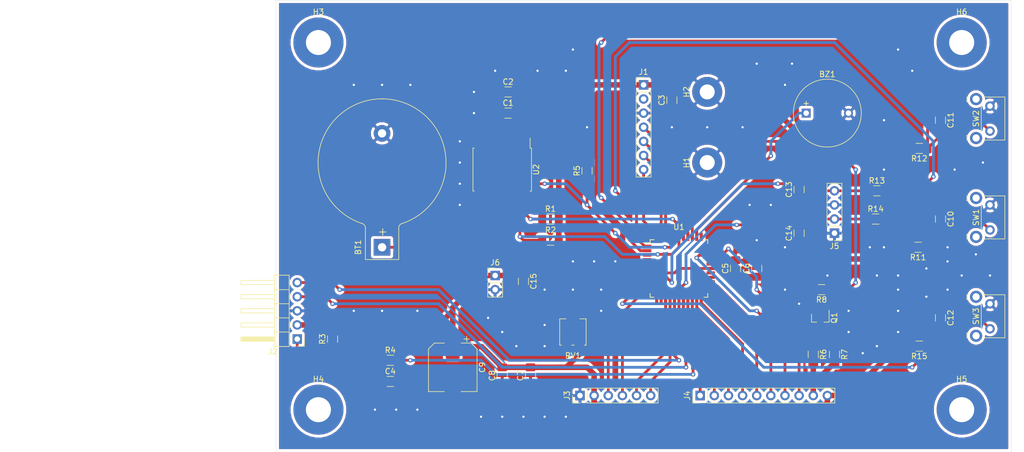
<source format=kicad_pcb>
(kicad_pcb (version 20171130) (host pcbnew 5.1.4+dfsg1-1)
  (layers (0 F.Cu signal) (31 B.Cu signal) (34 B.Paste user) (35 F.Paste user) (36 B.SilkS user) (37 F.SilkS user) (38 B.Mask user) (39 F.Mask user) (44 Edge.Cuts user))
  (net 0 "")
  (net 1 +5V)
  (net 2 GND)
  (net 3 /Sensors_RTC/BME680_CS)
  (net 4 /Sensors_RTC/BME680_SDI)
  (net 5 /Sensors_RTC/BME680_SDO)
  (net 6 /Sensors_RTC/BME680_SCK)
  (net 7 "Net-(J1-Pad2)")
  (net 8 /Sensors_RTC/RTC_SCL)
  (net 9 /Sensors_RTC/RTC_SDA)
  (net 10 "Net-(U1-Pad13)")
  (net 11 "Net-(U1-Pad12)")
  (net 12 "Net-(U1-Pad5)")
  (net 13 "Net-(U1-Pad4)")
  (net 14 "Net-(U1-Pad3)")
  (net 15 "Net-(U2-Pad4)")
  (net 16 "Net-(U2-Pad1)")
  (net 17 "Net-(BT1-Pad1)")
  (net 18 "Net-(C4-Pad1)")
  (net 19 "Net-(J2-Pad5)")
  (net 20 "Net-(J2-Pad4)")
  (net 21 "Net-(Q1-Pad3)")
  (net 22 /DISPLAY_BACKLIGHT)
  (net 23 /RE3)
  (net 24 /Sensors_RTC/RTC_1HZ)
  (net 25 "Net-(J4-Pad9)")
  (net 26 "Net-(U1-Pad41)")
  (net 27 "Net-(U1-Pad34)")
  (net 28 "Net-(U1-Pad33)")
  (net 29 "Net-(U1-Pad32)")
  (net 30 /Display/DISPLAY_DB6)
  (net 31 /Display/DISPLAY_DB7)
  (net 32 "Net-(U1-Pad27)")
  (net 33 /Display/DISPLAY_DB5)
  (net 34 /Display/DISPLAY_DB4)
  (net 35 /Display/DISPLAY_DB3)
  (net 36 /Display/DISPLAY_DB2)
  (net 37 /Display/DISPLAY_DB1)
  (net 38 /Display/DISPLAY_DB0)
  (net 39 /Display/DISPLAY_E)
  (net 40 /Display/DISPLAY_RW)
  (net 41 /Display/DISPLAY_RS)
  (net 42 "Net-(BZ1-Pad1)")
  (net 43 /SETTINGS_BUTTON)
  (net 44 /ALARM_BUTTON)
  (net 45 /BACKLIGHT_BUTTON)
  (net 46 "Net-(J3-Pad3)")
  (net 47 "Net-(H3-Pad1)")
  (net 48 "Net-(H4-Pad1)")
  (net 49 "Net-(H5-Pad1)")
  (net 50 "Net-(H6-Pad1)")
  (net 51 "Net-(U1-Pad26)")
  (net 52 "Net-(U1-Pad25)")
  (net 53 /PLUS_BUTTON)
  (net 54 /MINUS_BUTTON)
  (module Empty_Footprint:Empty_Footprint (layer F.Cu) (at 78.74 44.45)
    (fp_text reference U4)
    (fp_text value DEM20485SYH-LY)
  )
  (module Empty_Footprint:Empty_Footprint (layer F.Cu) (at 78.74 26.67)
    (fp_text reference U3)
    (fp_text value Adafruit_BME680)
  )
  (module MountingHole:MountingHole_4.5mm_Pad (layer F.Cu) (at 243.84 15.24)
    (fp_text reference H6 (at 0 -5.5) (layer F.SilkS))
    (fp_text value MountingHole_Pad)
    (pad 1 thru_hole circle (at 0 0) (size 9 9) (drill 4.5) (layers *.Cu *.Mask) (net 50 "Net-(H6-Pad1)"))
  )
  (module MountingHole:MountingHole_4.5mm_Pad (layer F.Cu) (at 243.84 81.28)
    (fp_text reference H5 (at 0 -5.5) (layer F.SilkS))
    (fp_text value MountingHole_Pad)
    (pad 1 thru_hole circle (at 0 0) (size 9 9) (drill 4.5) (layers *.Cu *.Mask) (net 49 "Net-(H5-Pad1)"))
  )
  (module MountingHole:MountingHole_4.5mm_Pad (layer F.Cu) (at 128.27 81.28)
    (fp_text reference H4 (at 0 -5.5) (layer F.SilkS))
    (fp_text value MountingHole_Pad)
    (pad 1 thru_hole circle (at 0 0) (size 9 9) (drill 4.5) (layers *.Cu *.Mask) (net 48 "Net-(H4-Pad1)"))
  )
  (module MountingHole:MountingHole_4.5mm_Pad (layer F.Cu) (at 128.27 15.24)
    (fp_text reference H3 (at 0 -5.5) (layer F.SilkS))
    (fp_text value MountingHole_Pad)
    (pad 1 thru_hole circle (at 0 0) (size 9 9) (drill 4.5) (layers *.Cu *.Mask) (net 47 "Net-(H3-Pad1)"))
  )
  (module MountingHole:MountingHole_2.7mm_Pad (layer F.Cu) (at 198.12 36.83 90)
    (fp_text reference H1 (at 0 -3.7 90) (layer F.SilkS))
    (fp_text value MountingHole_Pad)
    (pad 1 thru_hole circle (at 0 0 90) (size 5.4 5.4) (drill 2.7) (layers *.Cu *.Mask) (net 2 GND))
  )
  (module Button_Switch_THT:SW_Tactile_SKHH_Angled (layer F.Cu) (at 248.92 62.23 270)
    (fp_text reference SW3 (at 2.25 2.5 90) (layer F.SilkS))
    (fp_text value Button_Settings)
    (pad 1 thru_hole circle (at 0 0 90) (size 1.7 1.7) (drill 1) (layers *.Cu *.Mask) (net 2 GND))
    (pad 2 thru_hole circle (at 4.5 0 90) (size 1.7 1.7) (drill 1) (layers *.Cu *.Mask) (net 43 /SETTINGS_BUTTON))
    (pad "" thru_hole circle (at -1.25 2.5 90) (size 2.2 2.2) (drill 1.3) (layers *.Cu *.Mask))
    (pad "" thru_hole circle (at 5.75 2.5 90) (size 2.2 2.2) (drill 1.3) (layers *.Cu *.Mask))
  )
  (module Button_Switch_THT:SW_Tactile_SKHH_Angled (layer F.Cu) (at 248.92 44.45 270)
    (fp_text reference SW1 (at 2.25 2.5 90) (layer F.SilkS))
    (fp_text value Button_Plus)
    (pad 1 thru_hole circle (at 0 0 90) (size 1.7 1.7) (drill 1) (layers *.Cu *.Mask) (net 2 GND))
    (pad 2 thru_hole circle (at 4.5 0 90) (size 1.7 1.7) (drill 1) (layers *.Cu *.Mask) (net 53 /PLUS_BUTTON))
    (pad "" thru_hole circle (at -1.25 2.5 90) (size 2.2 2.2) (drill 1.3) (layers *.Cu *.Mask))
    (pad "" thru_hole circle (at 5.75 2.5 90) (size 2.2 2.2) (drill 1.3) (layers *.Cu *.Mask))
  )
  (module Potentiometer_SMD:Potentiometer_Bourns_3314J_Vertical (layer F.Cu) (at 173.99 67.31 180)
    (fp_text reference RV1 (at 0 -4.25) (layer F.SilkS))
    (fp_text value 10K)
    (pad 3 smd rect (at -1.15 -2 180) (size 1.3 2) (layers F.Cu F.Paste F.Mask) (net 1 +5V))
    (pad 2 smd rect (at 0 2 180) (size 2 2) (layers F.Cu F.Paste F.Mask) (net 46 "Net-(J3-Pad3)"))
    (pad 1 smd rect (at 1.15 -2 180) (size 1.3 2) (layers F.Cu F.Paste F.Mask) (net 2 GND))
  )
  (module Button_Switch_THT:SW_Tactile_SKHH_Angled (layer F.Cu) (at 248.92 26.67 270)
    (fp_text reference SW2 (at 2.25 2.5 90) (layer F.SilkS))
    (fp_text value Button_Minus)
    (pad 1 thru_hole circle (at 0 0 90) (size 1.7 1.7) (drill 1) (layers *.Cu *.Mask) (net 2 GND))
    (pad 2 thru_hole circle (at 4.5 0 90) (size 1.7 1.7) (drill 1) (layers *.Cu *.Mask) (net 54 /MINUS_BUTTON))
    (pad "" thru_hole circle (at -1.25 2.5 90) (size 2.2 2.2) (drill 1.3) (layers *.Cu *.Mask))
    (pad "" thru_hole circle (at 5.75 2.5 90) (size 2.2 2.2) (drill 1.3) (layers *.Cu *.Mask))
  )
  (module Connector_PinHeader_2.54mm:PinHeader_1x02_P2.54mm_Vertical (layer F.Cu) (at 160.02 57.15)
    (fp_text reference J6 (at 0 -2.33) (layer F.SilkS))
    (fp_text value USB)
    (pad 2 thru_hole oval (at 0 2.54) (size 1.7 1.7) (drill 1) (layers *.Cu *.Mask) (net 2 GND))
    (pad 1 thru_hole rect (at 0 0) (size 1.7 1.7) (drill 1) (layers *.Cu *.Mask) (net 1 +5V))
  )
  (module Capacitor_SMD:C_1206_3216Metric_Pad1.42x1.75mm_HandSolder (layer F.Cu) (at 165.1 58.2025 270)
    (fp_text reference C15 (at 0 -1.82 90) (layer F.SilkS))
    (fp_text value 100n)
    (pad 2 smd roundrect (at 1.4875 0 270) (size 1.425 1.75) (layers F.Cu F.Paste F.Mask) (roundrect_rratio 0.175439) (net 2 GND))
    (pad 1 smd roundrect (at -1.4875 0 270) (size 1.425 1.75) (layers F.Cu F.Paste F.Mask) (roundrect_rratio 0.175439) (net 1 +5V))
  )
  (module Resistor_SMD:R_1206_3216Metric_Pad1.42x1.75mm_HandSolder (layer F.Cu) (at 236.22 69.85 180)
    (fp_text reference R15 (at 0 -1.82) (layer F.SilkS))
    (fp_text value 10K)
    (pad 2 smd roundrect (at 1.4875 0 180) (size 1.425 1.75) (layers F.Cu F.Paste F.Mask) (roundrect_rratio 0.175439) (net 1 +5V))
    (pad 1 smd roundrect (at -1.4875 0 180) (size 1.425 1.75) (layers F.Cu F.Paste F.Mask) (roundrect_rratio 0.175439) (net 43 /SETTINGS_BUTTON))
  )
  (module Resistor_SMD:R_1206_3216Metric_Pad1.42x1.75mm_HandSolder (layer F.Cu) (at 228.3825 46.99)
    (fp_text reference R14 (at 0 -1.82) (layer F.SilkS))
    (fp_text value 10K)
    (pad 2 smd roundrect (at 1.4875 0) (size 1.425 1.75) (layers F.Cu F.Paste F.Mask) (roundrect_rratio 0.175439) (net 1 +5V))
    (pad 1 smd roundrect (at -1.4875 0) (size 1.425 1.75) (layers F.Cu F.Paste F.Mask) (roundrect_rratio 0.175439) (net 45 /BACKLIGHT_BUTTON))
  )
  (module Resistor_SMD:R_1206_3216Metric_Pad1.42x1.75mm_HandSolder (layer F.Cu) (at 228.6 41.91)
    (fp_text reference R13 (at 0 -1.82) (layer F.SilkS))
    (fp_text value 10K)
    (pad 2 smd roundrect (at 1.4875 0) (size 1.425 1.75) (layers F.Cu F.Paste F.Mask) (roundrect_rratio 0.175439) (net 1 +5V))
    (pad 1 smd roundrect (at -1.4875 0) (size 1.425 1.75) (layers F.Cu F.Paste F.Mask) (roundrect_rratio 0.175439) (net 44 /ALARM_BUTTON))
  )
  (module Resistor_SMD:R_1206_3216Metric_Pad1.42x1.75mm_HandSolder (layer F.Cu) (at 236.22 34.29 180)
    (fp_text reference R12 (at 0 -1.82) (layer F.SilkS))
    (fp_text value 10K)
    (pad 2 smd roundrect (at 1.4875 0 180) (size 1.425 1.75) (layers F.Cu F.Paste F.Mask) (roundrect_rratio 0.175439) (net 1 +5V))
    (pad 1 smd roundrect (at -1.4875 0 180) (size 1.425 1.75) (layers F.Cu F.Paste F.Mask) (roundrect_rratio 0.175439) (net 54 /MINUS_BUTTON))
  )
  (module Resistor_SMD:R_1206_3216Metric_Pad1.42x1.75mm_HandSolder (layer F.Cu) (at 236.0025 52.07 180)
    (fp_text reference R11 (at 0 -1.82) (layer F.SilkS))
    (fp_text value 10K)
    (pad 2 smd roundrect (at 1.4875 0 180) (size 1.425 1.75) (layers F.Cu F.Paste F.Mask) (roundrect_rratio 0.175439) (net 1 +5V))
    (pad 1 smd roundrect (at -1.4875 0 180) (size 1.425 1.75) (layers F.Cu F.Paste F.Mask) (roundrect_rratio 0.175439) (net 53 /PLUS_BUTTON))
  )
  (module Connector_PinHeader_2.54mm:PinHeader_1x04_P2.54mm_Vertical (layer F.Cu) (at 220.98 49.53 180)
    (fp_text reference J5 (at 0 -2.33) (layer F.SilkS))
    (fp_text value Buttons)
    (pad 4 thru_hole oval (at 0 7.62 180) (size 1.7 1.7) (drill 1) (layers *.Cu *.Mask) (net 44 /ALARM_BUTTON))
    (pad 3 thru_hole oval (at 0 5.08 180) (size 1.7 1.7) (drill 1) (layers *.Cu *.Mask) (net 2 GND))
    (pad 2 thru_hole oval (at 0 2.54 180) (size 1.7 1.7) (drill 1) (layers *.Cu *.Mask) (net 45 /BACKLIGHT_BUTTON))
    (pad 1 thru_hole rect (at 0 0 180) (size 1.7 1.7) (drill 1) (layers *.Cu *.Mask) (net 2 GND))
  )
  (module Connector_PinHeader_2.54mm:PinHeader_1x10_P2.54mm_Vertical (layer F.Cu) (at 196.85 78.74 90)
    (fp_text reference J4 (at 0 -2.33 90) (layer F.SilkS))
    (fp_text value Display_2)
    (pad 10 thru_hole oval (at 0 22.86 90) (size 1.7 1.7) (drill 1) (layers *.Cu *.Mask) (net 1 +5V))
    (pad 9 thru_hole oval (at 0 20.32 90) (size 1.7 1.7) (drill 1) (layers *.Cu *.Mask) (net 25 "Net-(J4-Pad9)"))
    (pad 8 thru_hole oval (at 0 17.78 90) (size 1.7 1.7) (drill 1) (layers *.Cu *.Mask) (net 31 /Display/DISPLAY_DB7))
    (pad 7 thru_hole oval (at 0 15.24 90) (size 1.7 1.7) (drill 1) (layers *.Cu *.Mask) (net 30 /Display/DISPLAY_DB6))
    (pad 6 thru_hole oval (at 0 12.7 90) (size 1.7 1.7) (drill 1) (layers *.Cu *.Mask) (net 33 /Display/DISPLAY_DB5))
    (pad 5 thru_hole oval (at 0 10.16 90) (size 1.7 1.7) (drill 1) (layers *.Cu *.Mask) (net 34 /Display/DISPLAY_DB4))
    (pad 4 thru_hole oval (at 0 7.62 90) (size 1.7 1.7) (drill 1) (layers *.Cu *.Mask) (net 35 /Display/DISPLAY_DB3))
    (pad 3 thru_hole oval (at 0 5.08 90) (size 1.7 1.7) (drill 1) (layers *.Cu *.Mask) (net 36 /Display/DISPLAY_DB2))
    (pad 2 thru_hole oval (at 0 2.54 90) (size 1.7 1.7) (drill 1) (layers *.Cu *.Mask) (net 37 /Display/DISPLAY_DB1))
    (pad 1 thru_hole rect (at 0 0 90) (size 1.7 1.7) (drill 1) (layers *.Cu *.Mask) (net 38 /Display/DISPLAY_DB0))
  )
  (module Connector_PinHeader_2.54mm:PinHeader_1x06_P2.54mm_Vertical (layer F.Cu) (at 175.26 78.74 90)
    (fp_text reference J3 (at 0 -2.33 90) (layer F.SilkS))
    (fp_text value Display_1)
    (pad 6 thru_hole oval (at 0 12.7 90) (size 1.7 1.7) (drill 1) (layers *.Cu *.Mask) (net 39 /Display/DISPLAY_E))
    (pad 5 thru_hole oval (at 0 10.16 90) (size 1.7 1.7) (drill 1) (layers *.Cu *.Mask) (net 40 /Display/DISPLAY_RW))
    (pad 4 thru_hole oval (at 0 7.62 90) (size 1.7 1.7) (drill 1) (layers *.Cu *.Mask) (net 41 /Display/DISPLAY_RS))
    (pad 3 thru_hole oval (at 0 5.08 90) (size 1.7 1.7) (drill 1) (layers *.Cu *.Mask) (net 46 "Net-(J3-Pad3)"))
    (pad 2 thru_hole oval (at 0 2.54 90) (size 1.7 1.7) (drill 1) (layers *.Cu *.Mask) (net 1 +5V))
    (pad 1 thru_hole rect (at 0 0 90) (size 1.7 1.7) (drill 1) (layers *.Cu *.Mask) (net 2 GND))
  )
  (module Capacitor_SMD:C_1206_3216Metric_Pad1.42x1.75mm_HandSolder (layer F.Cu) (at 214.63 49.53 90)
    (fp_text reference C14 (at 0 -1.82 90) (layer F.SilkS))
    (fp_text value 100n)
    (pad 2 smd roundrect (at 1.4875 0 90) (size 1.425 1.75) (layers F.Cu F.Paste F.Mask) (roundrect_rratio 0.175439) (net 45 /BACKLIGHT_BUTTON))
    (pad 1 smd roundrect (at -1.4875 0 90) (size 1.425 1.75) (layers F.Cu F.Paste F.Mask) (roundrect_rratio 0.175439) (net 2 GND))
  )
  (module Capacitor_SMD:C_1206_3216Metric_Pad1.42x1.75mm_HandSolder (layer F.Cu) (at 214.63 41.6925 90)
    (fp_text reference C13 (at 0 -1.82 90) (layer F.SilkS))
    (fp_text value 100n)
    (pad 2 smd roundrect (at 1.4875 0 90) (size 1.425 1.75) (layers F.Cu F.Paste F.Mask) (roundrect_rratio 0.175439) (net 44 /ALARM_BUTTON))
    (pad 1 smd roundrect (at -1.4875 0 90) (size 1.425 1.75) (layers F.Cu F.Paste F.Mask) (roundrect_rratio 0.175439) (net 2 GND))
  )
  (module Capacitor_SMD:C_1206_3216Metric_Pad1.42x1.75mm_HandSolder (layer F.Cu) (at 240.03 64.77 270)
    (fp_text reference C12 (at 0 -1.82 90) (layer F.SilkS))
    (fp_text value 100n)
    (pad 2 smd roundrect (at 1.4875 0 270) (size 1.425 1.75) (layers F.Cu F.Paste F.Mask) (roundrect_rratio 0.175439) (net 43 /SETTINGS_BUTTON))
    (pad 1 smd roundrect (at -1.4875 0 270) (size 1.425 1.75) (layers F.Cu F.Paste F.Mask) (roundrect_rratio 0.175439) (net 2 GND))
  )
  (module Capacitor_SMD:C_1206_3216Metric_Pad1.42x1.75mm_HandSolder (layer F.Cu) (at 240.03 29.21 270)
    (fp_text reference C11 (at 0 -1.82 90) (layer F.SilkS))
    (fp_text value 100n)
    (pad 2 smd roundrect (at 1.4875 0 270) (size 1.425 1.75) (layers F.Cu F.Paste F.Mask) (roundrect_rratio 0.175439) (net 54 /MINUS_BUTTON))
    (pad 1 smd roundrect (at -1.4875 0 270) (size 1.425 1.75) (layers F.Cu F.Paste F.Mask) (roundrect_rratio 0.175439) (net 2 GND))
  )
  (module Capacitor_SMD:C_1206_3216Metric_Pad1.42x1.75mm_HandSolder (layer F.Cu) (at 240.03 46.99 270)
    (fp_text reference C10 (at 0 -1.82 90) (layer F.SilkS))
    (fp_text value 100n)
    (pad 2 smd roundrect (at 1.4875 0 270) (size 1.425 1.75) (layers F.Cu F.Paste F.Mask) (roundrect_rratio 0.175439) (net 53 /PLUS_BUTTON))
    (pad 1 smd roundrect (at -1.4875 0 270) (size 1.425 1.75) (layers F.Cu F.Paste F.Mask) (roundrect_rratio 0.175439) (net 2 GND))
  )
  (module Capacitor_SMD:CP_Elec_8x10.5 (layer F.Cu) (at 152.4 73.66 270)
    (fp_text reference C9 (at 0 -5.3 90) (layer F.SilkS))
    (fp_text value 220u)
    (pad 2 smd roundrect (at 3.7 0 270) (size 4.4 2.5) (layers F.Cu F.Paste F.Mask) (roundrect_rratio 0.1) (net 2 GND))
    (pad 1 smd roundrect (at -3.7 0 270) (size 4.4 2.5) (layers F.Cu F.Paste F.Mask) (roundrect_rratio 0.1) (net 1 +5V))
  )
  (module Buzzer_Beeper:MagneticBuzzer_ProSignal_ABI-009-RC (layer F.Cu) (at 215.9 27.94)
    (fp_text reference BZ1 (at 3.8 -7) (layer F.SilkS))
    (fp_text value "ABI-009-RC or SV12-5")
    (fp_text user + (at 0 -1.8) (layer F.SilkS))
    (pad 2 thru_hole circle (at 7.6 0) (size 1.6 1.6) (drill 1) (layers *.Cu *.Mask) (net 2 GND))
    (pad 1 thru_hole rect (at 0 0) (size 1.6 1.6) (drill 1) (layers *.Cu *.Mask) (net 42 "Net-(BZ1-Pad1)"))
  )
  (module Package_QFP:TQFP-44_10x10mm_P0.8mm (layer F.Cu) (at 193.04 55.88)
    (fp_text reference U1 (at 0 -7.45) (layer F.SilkS))
    (fp_text value PIC18F46K22-xPT)
    (pad 44 smd rect (at -4 -5.7 90) (size 1.5 0.55) (layers F.Cu F.Paste F.Mask) (net 3 /Sensors_RTC/BME680_CS))
    (pad 43 smd rect (at -3.2 -5.7 90) (size 1.5 0.55) (layers F.Cu F.Paste F.Mask) (net 4 /Sensors_RTC/BME680_SDI))
    (pad 42 smd rect (at -2.4 -5.7 90) (size 1.5 0.55) (layers F.Cu F.Paste F.Mask) (net 5 /Sensors_RTC/BME680_SDO))
    (pad 41 smd rect (at -1.6 -5.7 90) (size 1.5 0.55) (layers F.Cu F.Paste F.Mask) (net 26 "Net-(U1-Pad41)"))
    (pad 40 smd rect (at -0.8 -5.7 90) (size 1.5 0.55) (layers F.Cu F.Paste F.Mask) (net 24 /Sensors_RTC/RTC_1HZ))
    (pad 39 smd rect (at 0 -5.7 90) (size 1.5 0.55) (layers F.Cu F.Paste F.Mask) (net 9 /Sensors_RTC/RTC_SDA))
    (pad 38 smd rect (at 0.8 -5.7 90) (size 1.5 0.55) (layers F.Cu F.Paste F.Mask) (net 8 /Sensors_RTC/RTC_SCL))
    (pad 37 smd rect (at 1.6 -5.7 90) (size 1.5 0.55) (layers F.Cu F.Paste F.Mask) (net 6 /Sensors_RTC/BME680_SCK))
    (pad 36 smd rect (at 2.4 -5.7 90) (size 1.5 0.55) (layers F.Cu F.Paste F.Mask) (net 22 /DISPLAY_BACKLIGHT))
    (pad 35 smd rect (at 3.2 -5.7 90) (size 1.5 0.55) (layers F.Cu F.Paste F.Mask) (net 42 "Net-(BZ1-Pad1)"))
    (pad 34 smd rect (at 4 -5.7 90) (size 1.5 0.55) (layers F.Cu F.Paste F.Mask) (net 27 "Net-(U1-Pad34)"))
    (pad 33 smd rect (at 5.7 -4) (size 1.5 0.55) (layers F.Cu F.Paste F.Mask) (net 28 "Net-(U1-Pad33)"))
    (pad 32 smd rect (at 5.7 -3.2) (size 1.5 0.55) (layers F.Cu F.Paste F.Mask) (net 29 "Net-(U1-Pad32)"))
    (pad 31 smd rect (at 5.7 -2.4) (size 1.5 0.55) (layers F.Cu F.Paste F.Mask) (net 30 /Display/DISPLAY_DB6))
    (pad 30 smd rect (at 5.7 -1.6) (size 1.5 0.55) (layers F.Cu F.Paste F.Mask) (net 31 /Display/DISPLAY_DB7))
    (pad 29 smd rect (at 5.7 -0.8) (size 1.5 0.55) (layers F.Cu F.Paste F.Mask) (net 2 GND))
    (pad 28 smd rect (at 5.7 0) (size 1.5 0.55) (layers F.Cu F.Paste F.Mask) (net 1 +5V))
    (pad 27 smd rect (at 5.7 0.8) (size 1.5 0.55) (layers F.Cu F.Paste F.Mask) (net 32 "Net-(U1-Pad27)"))
    (pad 26 smd rect (at 5.7 1.6) (size 1.5 0.55) (layers F.Cu F.Paste F.Mask) (net 51 "Net-(U1-Pad26)"))
    (pad 25 smd rect (at 5.7 2.4) (size 1.5 0.55) (layers F.Cu F.Paste F.Mask) (net 52 "Net-(U1-Pad25)"))
    (pad 24 smd rect (at 5.7 3.2) (size 1.5 0.55) (layers F.Cu F.Paste F.Mask) (net 33 /Display/DISPLAY_DB5))
    (pad 23 smd rect (at 5.7 4) (size 1.5 0.55) (layers F.Cu F.Paste F.Mask) (net 34 /Display/DISPLAY_DB4))
    (pad 22 smd rect (at 4 5.7 90) (size 1.5 0.55) (layers F.Cu F.Paste F.Mask) (net 35 /Display/DISPLAY_DB3))
    (pad 21 smd rect (at 3.2 5.7 90) (size 1.5 0.55) (layers F.Cu F.Paste F.Mask) (net 36 /Display/DISPLAY_DB2))
    (pad 20 smd rect (at 2.4 5.7 90) (size 1.5 0.55) (layers F.Cu F.Paste F.Mask) (net 37 /Display/DISPLAY_DB1))
    (pad 19 smd rect (at 1.6 5.7 90) (size 1.5 0.55) (layers F.Cu F.Paste F.Mask) (net 38 /Display/DISPLAY_DB0))
    (pad 18 smd rect (at 0.8 5.7 90) (size 1.5 0.55) (layers F.Cu F.Paste F.Mask) (net 23 /RE3))
    (pad 17 smd rect (at 0 5.7 90) (size 1.5 0.55) (layers F.Cu F.Paste F.Mask) (net 20 "Net-(J2-Pad4)"))
    (pad 16 smd rect (at -0.8 5.7 90) (size 1.5 0.55) (layers F.Cu F.Paste F.Mask) (net 19 "Net-(J2-Pad5)"))
    (pad 15 smd rect (at -1.6 5.7 90) (size 1.5 0.55) (layers F.Cu F.Paste F.Mask) (net 39 /Display/DISPLAY_E))
    (pad 14 smd rect (at -2.4 5.7 90) (size 1.5 0.55) (layers F.Cu F.Paste F.Mask) (net 40 /Display/DISPLAY_RW))
    (pad 13 smd rect (at -3.2 5.7 90) (size 1.5 0.55) (layers F.Cu F.Paste F.Mask) (net 10 "Net-(U1-Pad13)"))
    (pad 12 smd rect (at -4 5.7 90) (size 1.5 0.55) (layers F.Cu F.Paste F.Mask) (net 11 "Net-(U1-Pad12)"))
    (pad 11 smd rect (at -5.7 4) (size 1.5 0.55) (layers F.Cu F.Paste F.Mask) (net 41 /Display/DISPLAY_RS))
    (pad 10 smd rect (at -5.7 3.2) (size 1.5 0.55) (layers F.Cu F.Paste F.Mask) (net 43 /SETTINGS_BUTTON))
    (pad 9 smd rect (at -5.7 2.4) (size 1.5 0.55) (layers F.Cu F.Paste F.Mask) (net 45 /BACKLIGHT_BUTTON))
    (pad 8 smd rect (at -5.7 1.6) (size 1.5 0.55) (layers F.Cu F.Paste F.Mask) (net 44 /ALARM_BUTTON))
    (pad 7 smd rect (at -5.7 0.8) (size 1.5 0.55) (layers F.Cu F.Paste F.Mask) (net 1 +5V))
    (pad 6 smd rect (at -5.7 0) (size 1.5 0.55) (layers F.Cu F.Paste F.Mask) (net 2 GND))
    (pad 5 smd rect (at -5.7 -0.8) (size 1.5 0.55) (layers F.Cu F.Paste F.Mask) (net 12 "Net-(U1-Pad5)"))
    (pad 4 smd rect (at -5.7 -1.6) (size 1.5 0.55) (layers F.Cu F.Paste F.Mask) (net 13 "Net-(U1-Pad4)"))
    (pad 3 smd rect (at -5.7 -2.4) (size 1.5 0.55) (layers F.Cu F.Paste F.Mask) (net 14 "Net-(U1-Pad3)"))
    (pad 2 smd rect (at -5.7 -3.2) (size 1.5 0.55) (layers F.Cu F.Paste F.Mask) (net 54 /MINUS_BUTTON))
    (pad 1 smd rect (at -5.7 -4) (size 1.5 0.55) (layers F.Cu F.Paste F.Mask) (net 53 /PLUS_BUTTON))
  )
  (module Resistor_SMD:R_1206_3216Metric_Pad1.42x1.75mm_HandSolder (layer F.Cu) (at 218.6575 59.69 180)
    (fp_text reference R8 (at 0 -1.82) (layer F.SilkS))
    (fp_text value 10K)
    (pad 2 smd roundrect (at 1.4875 0 180) (size 1.425 1.75) (layers F.Cu F.Paste F.Mask) (roundrect_rratio 0.175439) (net 2 GND))
    (pad 1 smd roundrect (at -1.4875 0 180) (size 1.425 1.75) (layers F.Cu F.Paste F.Mask) (roundrect_rratio 0.175439) (net 22 /DISPLAY_BACKLIGHT))
  )
  (module Resistor_SMD:R_1206_3216Metric_Pad1.42x1.75mm_HandSolder (layer F.Cu) (at 220.98 71.3375 270)
    (fp_text reference R7 (at 0 -1.82 90) (layer F.SilkS))
    (fp_text value 12)
    (pad 2 smd roundrect (at 1.4875 0 270) (size 1.425 1.75) (layers F.Cu F.Paste F.Mask) (roundrect_rratio 0.175439) (net 25 "Net-(J4-Pad9)"))
    (pad 1 smd roundrect (at -1.4875 0 270) (size 1.425 1.75) (layers F.Cu F.Paste F.Mask) (roundrect_rratio 0.175439) (net 21 "Net-(Q1-Pad3)"))
  )
  (module Resistor_SMD:R_1206_3216Metric_Pad1.42x1.75mm_HandSolder (layer F.Cu) (at 217.17 71.3375 270)
    (fp_text reference R6 (at 0 -1.82 90) (layer F.SilkS))
    (fp_text value 12)
    (pad 2 smd roundrect (at 1.4875 0 270) (size 1.425 1.75) (layers F.Cu F.Paste F.Mask) (roundrect_rratio 0.175439) (net 25 "Net-(J4-Pad9)"))
    (pad 1 smd roundrect (at -1.4875 0 270) (size 1.425 1.75) (layers F.Cu F.Paste F.Mask) (roundrect_rratio 0.175439) (net 21 "Net-(Q1-Pad3)"))
  )
  (module Resistor_SMD:R_1206_3216Metric_Pad1.42x1.75mm_HandSolder (layer F.Cu) (at 176.53 38.3175 90)
    (fp_text reference R5 (at 0 -1.82 90) (layer F.SilkS))
    (fp_text value 1K)
    (pad 2 smd roundrect (at 1.4875 0 90) (size 1.425 1.75) (layers F.Cu F.Paste F.Mask) (roundrect_rratio 0.175439) (net 1 +5V))
    (pad 1 smd roundrect (at -1.4875 0 90) (size 1.425 1.75) (layers F.Cu F.Paste F.Mask) (roundrect_rratio 0.175439) (net 24 /Sensors_RTC/RTC_1HZ))
  )
  (module Package_TO_SOT_SMD:SOT-23 (layer F.Cu) (at 218.44 64.77 270)
    (fp_text reference Q1 (at 0 -2.5 90) (layer F.SilkS))
    (fp_text value DMG3414U)
    (pad 3 smd rect (at 1 0 270) (size 0.9 0.8) (layers F.Cu F.Paste F.Mask) (net 21 "Net-(Q1-Pad3)"))
    (pad 2 smd rect (at -1 0.95 270) (size 0.9 0.8) (layers F.Cu F.Paste F.Mask) (net 2 GND))
    (pad 1 smd rect (at -1 -0.95 270) (size 0.9 0.8) (layers F.Cu F.Paste F.Mask) (net 22 /DISPLAY_BACKLIGHT))
  )
  (module Capacitor_SMD:C_1206_3216Metric_Pad1.42x1.75mm_HandSolder (layer F.Cu) (at 161.29 75.1475 90)
    (fp_text reference C8 (at 0 -1.82 90) (layer F.SilkS))
    (fp_text value 4.7u)
    (pad 2 smd roundrect (at 1.4875 0 90) (size 1.425 1.75) (layers F.Cu F.Paste F.Mask) (roundrect_rratio 0.175439) (net 1 +5V))
    (pad 1 smd roundrect (at -1.4875 0 90) (size 1.425 1.75) (layers F.Cu F.Paste F.Mask) (roundrect_rratio 0.175439) (net 2 GND))
  )
  (module Capacitor_SMD:C_1206_3216Metric_Pad1.42x1.75mm_HandSolder (layer F.Cu) (at 166.37 75.1475 90)
    (fp_text reference C7 (at 0 -1.82 90) (layer F.SilkS))
    (fp_text value 100n)
    (pad 2 smd roundrect (at 1.4875 0 90) (size 1.425 1.75) (layers F.Cu F.Paste F.Mask) (roundrect_rratio 0.175439) (net 1 +5V))
    (pad 1 smd roundrect (at -1.4875 0 90) (size 1.425 1.75) (layers F.Cu F.Paste F.Mask) (roundrect_rratio 0.175439) (net 2 GND))
  )
  (module Capacitor_SMD:C_1206_3216Metric_Pad1.42x1.75mm_HandSolder (layer F.Cu) (at 207.01 55.88 90)
    (fp_text reference C6 (at 0 -1.82 90) (layer F.SilkS))
    (fp_text value 4.7u)
    (pad 2 smd roundrect (at 1.4875 0 90) (size 1.425 1.75) (layers F.Cu F.Paste F.Mask) (roundrect_rratio 0.175439) (net 2 GND))
    (pad 1 smd roundrect (at -1.4875 0 90) (size 1.425 1.75) (layers F.Cu F.Paste F.Mask) (roundrect_rratio 0.175439) (net 1 +5V))
  )
  (module Capacitor_SMD:C_1206_3216Metric_Pad1.42x1.75mm_HandSolder (layer F.Cu) (at 203.2 55.88 90)
    (fp_text reference C5 (at 0 -1.82 90) (layer F.SilkS))
    (fp_text value 100n)
    (pad 2 smd roundrect (at 1.4875 0 90) (size 1.425 1.75) (layers F.Cu F.Paste F.Mask) (roundrect_rratio 0.175439) (net 2 GND))
    (pad 1 smd roundrect (at -1.4875 0 90) (size 1.425 1.75) (layers F.Cu F.Paste F.Mask) (roundrect_rratio 0.175439) (net 1 +5V))
  )
  (module Resistor_SMD:R_1206_3216Metric_Pad1.42x1.75mm_HandSolder (layer F.Cu) (at 141.1875 72.39)
    (fp_text reference R4 (at 0 -1.82) (layer F.SilkS))
    (fp_text value 220)
    (pad 2 smd roundrect (at 1.4875 0) (size 1.425 1.75) (layers F.Cu F.Paste F.Mask) (roundrect_rratio 0.175439) (net 23 /RE3))
    (pad 1 smd roundrect (at -1.4875 0) (size 1.425 1.75) (layers F.Cu F.Paste F.Mask) (roundrect_rratio 0.175439) (net 18 "Net-(C4-Pad1)"))
  )
  (module Resistor_SMD:R_1206_3216Metric_Pad1.42x1.75mm_HandSolder (layer F.Cu) (at 130.81 68.58 90)
    (fp_text reference R3 (at 0 -1.82 90) (layer F.SilkS))
    (fp_text value 10K)
    (pad 2 smd roundrect (at 1.4875 0 90) (size 1.425 1.75) (layers F.Cu F.Paste F.Mask) (roundrect_rratio 0.175439) (net 1 +5V))
    (pad 1 smd roundrect (at -1.4875 0 90) (size 1.425 1.75) (layers F.Cu F.Paste F.Mask) (roundrect_rratio 0.175439) (net 18 "Net-(C4-Pad1)"))
  )
  (module Connector_PinHeader_2.54mm:PinHeader_1x05_P2.54mm_Horizontal (layer F.Cu) (at 124.46 68.58 180)
    (fp_text reference J2 (at 4.385 -2.27) (layer F.SilkS))
    (fp_text value Conn_01x05_Male)
    (pad 5 thru_hole oval (at 0 10.16 180) (size 1.7 1.7) (drill 1) (layers *.Cu *.Mask) (net 19 "Net-(J2-Pad5)"))
    (pad 4 thru_hole oval (at 0 7.62 180) (size 1.7 1.7) (drill 1) (layers *.Cu *.Mask) (net 20 "Net-(J2-Pad4)"))
    (pad 3 thru_hole oval (at 0 5.08 180) (size 1.7 1.7) (drill 1) (layers *.Cu *.Mask) (net 2 GND))
    (pad 2 thru_hole oval (at 0 2.54 180) (size 1.7 1.7) (drill 1) (layers *.Cu *.Mask) (net 1 +5V))
    (pad 1 thru_hole rect (at 0 0 180) (size 1.7 1.7) (drill 1) (layers *.Cu *.Mask) (net 18 "Net-(C4-Pad1)"))
  )
  (module Capacitor_SMD:C_1206_3216Metric_Pad1.42x1.75mm_HandSolder (layer F.Cu) (at 141.1875 76.2)
    (fp_text reference C4 (at 0 -1.82) (layer F.SilkS))
    (fp_text value 100n)
    (pad 2 smd roundrect (at 1.4875 0) (size 1.425 1.75) (layers F.Cu F.Paste F.Mask) (roundrect_rratio 0.175439) (net 2 GND))
    (pad 1 smd roundrect (at -1.4875 0) (size 1.425 1.75) (layers F.Cu F.Paste F.Mask) (roundrect_rratio 0.175439) (net 18 "Net-(C4-Pad1)"))
  )
  (module Battery:BatteryHolder_Keystone_103_1x20mm (layer F.Cu) (at 139.7 52.07 90)
    (fp_text reference BT1 (at 0 -4.3 90) (layer F.SilkS))
    (fp_text value Battery)
    (fp_text user + (at 2.75 0 90) (layer F.SilkS) (effects (font (size 1.5 1.5))))
    (pad 1 thru_hole rect (at 0 0 90) (size 3 3) (drill 1.5) (layers *.Cu *.Mask) (net 17 "Net-(BT1-Pad1)"))
    (pad 2 thru_hole circle (at 20.49 0 90) (size 3 3) (drill 1.5) (layers *.Cu *.Mask) (net 2 GND))
  )
  (module Package_SO:SOIC-16W_7.5x10.3mm_P1.27mm (layer F.Cu) (at 161.29 38.1 270)
    (fp_text reference U2 (at 0 -6.1 90) (layer F.SilkS))
    (fp_text value DS3231M)
    (pad 16 smd roundrect (at 4.65 -4.445 270) (size 2.05 0.6) (layers F.Cu F.Paste F.Mask) (net 8 /Sensors_RTC/RTC_SCL))
    (pad 15 smd roundrect (at 4.65 -3.175 270) (size 2.05 0.6) (layers F.Cu F.Paste F.Mask) (net 9 /Sensors_RTC/RTC_SDA))
    (pad 14 smd roundrect (at 4.65 -1.905 270) (size 2.05 0.6) (layers F.Cu F.Paste F.Mask) (net 17 "Net-(BT1-Pad1)"))
    (pad 13 smd roundrect (at 4.65 -0.635 270) (size 2.05 0.6) (layers F.Cu F.Paste F.Mask) (net 2 GND))
    (pad 12 smd roundrect (at 4.65 0.635 270) (size 2.05 0.6) (layers F.Cu F.Paste F.Mask) (net 2 GND))
    (pad 11 smd roundrect (at 4.65 1.905 270) (size 2.05 0.6) (layers F.Cu F.Paste F.Mask) (net 2 GND))
    (pad 10 smd roundrect (at 4.65 3.175 270) (size 2.05 0.6) (layers F.Cu F.Paste F.Mask) (net 2 GND))
    (pad 9 smd roundrect (at 4.65 4.445 270) (size 2.05 0.6) (layers F.Cu F.Paste F.Mask) (net 2 GND))
    (pad 8 smd roundrect (at -4.65 4.445 270) (size 2.05 0.6) (layers F.Cu F.Paste F.Mask) (net 2 GND))
    (pad 7 smd roundrect (at -4.65 3.175 270) (size 2.05 0.6) (layers F.Cu F.Paste F.Mask) (net 2 GND))
    (pad 6 smd roundrect (at -4.65 1.905 270) (size 2.05 0.6) (layers F.Cu F.Paste F.Mask) (net 2 GND))
    (pad 5 smd roundrect (at -4.65 0.635 270) (size 2.05 0.6) (layers F.Cu F.Paste F.Mask) (net 2 GND))
    (pad 4 smd roundrect (at -4.65 -0.635 270) (size 2.05 0.6) (layers F.Cu F.Paste F.Mask) (net 15 "Net-(U2-Pad4)"))
    (pad 3 smd roundrect (at -4.65 -1.905 270) (size 2.05 0.6) (layers F.Cu F.Paste F.Mask) (net 24 /Sensors_RTC/RTC_1HZ))
    (pad 2 smd roundrect (at -4.65 -3.175 270) (size 2.05 0.6) (layers F.Cu F.Paste F.Mask) (net 1 +5V))
    (pad 1 smd roundrect (at -4.65 -4.445 270) (size 2.05 0.6) (layers F.Cu F.Paste F.Mask) (net 16 "Net-(U2-Pad1)"))
  )
  (module Resistor_SMD:R_1206_3216Metric_Pad1.42x1.75mm_HandSolder (layer F.Cu) (at 169.9625 50.8)
    (fp_text reference R2 (at 0 -1.82) (layer F.SilkS))
    (fp_text value 1K)
    (pad 2 smd roundrect (at 1.4875 0) (size 1.425 1.75) (layers F.Cu F.Paste F.Mask) (roundrect_rratio 0.175439) (net 1 +5V))
    (pad 1 smd roundrect (at -1.4875 0) (size 1.425 1.75) (layers F.Cu F.Paste F.Mask) (roundrect_rratio 0.175439) (net 9 /Sensors_RTC/RTC_SDA))
  )
  (module Resistor_SMD:R_1206_3216Metric_Pad1.42x1.75mm_HandSolder (layer F.Cu) (at 169.9625 46.99)
    (fp_text reference R1 (at 0 -1.82) (layer F.SilkS))
    (fp_text value 1K)
    (pad 2 smd roundrect (at 1.4875 0) (size 1.425 1.75) (layers F.Cu F.Paste F.Mask) (roundrect_rratio 0.175439) (net 1 +5V))
    (pad 1 smd roundrect (at -1.4875 0) (size 1.425 1.75) (layers F.Cu F.Paste F.Mask) (roundrect_rratio 0.175439) (net 8 /Sensors_RTC/RTC_SCL))
  )
  (module Connector_PinHeader_2.54mm:PinHeader_1x07_P2.54mm_Vertical (layer F.Cu) (at 186.69 22.86)
    (fp_text reference J1 (at 0 -2.33) (layer F.SilkS))
    (fp_text value BME680)
    (pad 7 thru_hole oval (at 0 15.24) (size 1.7 1.7) (drill 1) (layers *.Cu *.Mask) (net 3 /Sensors_RTC/BME680_CS))
    (pad 6 thru_hole oval (at 0 12.7) (size 1.7 1.7) (drill 1) (layers *.Cu *.Mask) (net 4 /Sensors_RTC/BME680_SDI))
    (pad 5 thru_hole oval (at 0 10.16) (size 1.7 1.7) (drill 1) (layers *.Cu *.Mask) (net 5 /Sensors_RTC/BME680_SDO))
    (pad 4 thru_hole oval (at 0 7.62) (size 1.7 1.7) (drill 1) (layers *.Cu *.Mask) (net 6 /Sensors_RTC/BME680_SCK))
    (pad 3 thru_hole oval (at 0 5.08) (size 1.7 1.7) (drill 1) (layers *.Cu *.Mask) (net 2 GND))
    (pad 2 thru_hole oval (at 0 2.54) (size 1.7 1.7) (drill 1) (layers *.Cu *.Mask) (net 7 "Net-(J1-Pad2)"))
    (pad 1 thru_hole rect (at 0 0) (size 1.7 1.7) (drill 1) (layers *.Cu *.Mask) (net 1 +5V))
  )
  (module MountingHole:MountingHole_2.7mm_Pad (layer F.Cu) (at 198.12 24.13 90)
    (fp_text reference H2 (at 0 -3.7 90) (layer F.SilkS))
    (fp_text value MountingHole_Pad)
    (pad 1 thru_hole circle (at 0 0 90) (size 5.4 5.4) (drill 2.7) (layers *.Cu *.Mask) (net 2 GND))
  )
  (module Capacitor_SMD:C_1206_3216Metric_Pad1.42x1.75mm_HandSolder (layer F.Cu) (at 191.77 25.6175 90)
    (fp_text reference C3 (at 0 -1.82 90) (layer F.SilkS))
    (fp_text value 100n)
    (pad 2 smd roundrect (at 1.4875 0 90) (size 1.425 1.75) (layers F.Cu F.Paste F.Mask) (roundrect_rratio 0.175439) (net 1 +5V))
    (pad 1 smd roundrect (at -1.4875 0 90) (size 1.425 1.75) (layers F.Cu F.Paste F.Mask) (roundrect_rratio 0.175439) (net 2 GND))
  )
  (module Capacitor_SMD:C_1206_3216Metric_Pad1.42x1.75mm_HandSolder (layer F.Cu) (at 162.3425 24.13)
    (fp_text reference C2 (at 0 -1.82) (layer F.SilkS))
    (fp_text value 100n)
    (pad 2 smd roundrect (at 1.4875 0) (size 1.425 1.75) (layers F.Cu F.Paste F.Mask) (roundrect_rratio 0.175439) (net 1 +5V))
    (pad 1 smd roundrect (at -1.4875 0) (size 1.425 1.75) (layers F.Cu F.Paste F.Mask) (roundrect_rratio 0.175439) (net 2 GND))
  )
  (module Capacitor_SMD:C_1206_3216Metric_Pad1.42x1.75mm_HandSolder (layer F.Cu) (at 162.3425 27.94)
    (fp_text reference C1 (at 0 -1.82) (layer F.SilkS))
    (fp_text value 100n)
    (pad 2 smd roundrect (at 1.4875 0) (size 1.425 1.75) (layers F.Cu F.Paste F.Mask) (roundrect_rratio 0.175439) (net 1 +5V))
    (pad 1 smd roundrect (at -1.4875 0) (size 1.425 1.75) (layers F.Cu F.Paste F.Mask) (roundrect_rratio 0.175439) (net 2 GND))
  )
  (gr_line (start 120.65 7.62) (end 252.73 7.62) (layer Edge.Cuts) (width 0.05))
  (gr_line (start 120.65 88.9) (end 120.65 7.62) (layer Edge.Cuts) (width 0.05))
  (gr_line (start 252.73 88.9) (end 120.65 88.9) (layer Edge.Cuts) (width 0.05))
  (gr_line (start 252.73 7.62) (end 252.73 88.9) (layer Edge.Cuts) (width 0.05))
  (segment (start 190.5 22.86) (end 191.77 24.13) (width 1) (layer F.Cu) (net 1))
  (segment (start 186.69 22.86) (end 190.5 22.86) (width 1) (layer F.Cu) (net 1))
  (segment (start 177.8 22.86) (end 186.69 22.86) (width 1) (layer F.Cu) (net 1))
  (segment (start 175.26 25.4) (end 177.8 22.86) (width 1) (layer F.Cu) (net 1))
  (segment (start 167.64 24.13) (end 168.91 25.4) (width 1) (layer F.Cu) (net 1))
  (segment (start 163.83 24.13) (end 167.64 24.13) (width 1) (layer F.Cu) (net 1))
  (segment (start 163.83 24.13) (end 163.83 27.94) (width 1) (layer F.Cu) (net 1))
  (segment (start 164.465 29.55) (end 164.465 32.325) (width 0.5) (layer F.Cu) (net 1))
  (segment (start 164.465 32.325) (end 164.465 33.45) (width 0.5) (layer F.Cu) (net 1))
  (segment (start 163.83 28.915) (end 164.465 29.55) (width 0.5) (layer F.Cu) (net 1))
  (segment (start 163.83 27.94) (end 163.83 28.915) (width 0.5) (layer F.Cu) (net 1))
  (segment (start 233.245 50.8) (end 234.515 52.07) (width 1) (layer F.Cu) (net 1))
  (segment (start 230.0875 46.7725) (end 229.87 46.99) (width 1) (layer F.Cu) (net 1))
  (segment (start 230.0875 41.91) (end 230.0875 46.7725) (width 1) (layer F.Cu) (net 1))
  (segment (start 234.7325 34.29) (end 234.7325 41.075) (width 1) (layer F.Cu) (net 1))
  (segment (start 234.7325 69.85) (end 232.41 69.85) (width 1) (layer F.Cu) (net 1))
  (segment (start 234.515 69.6325) (end 234.7325 69.85) (width 1) (layer F.Cu) (net 1))
  (segment (start 171.45 46.99) (end 171.45 50.8) (width 1) (layer F.Cu) (net 1))
  (segment (start 165.535 56.715) (end 171.45 50.8) (width 1) (layer F.Cu) (net 1))
  (segment (start 165.1 56.715) (end 165.535 56.715) (width 1) (layer F.Cu) (net 1))
  (segment (start 161.29 73.66) (end 166.37 73.66) (width 1) (layer F.Cu) (net 1))
  (segment (start 157.59 69.96) (end 161.29 73.66) (width 1) (layer F.Cu) (net 1))
  (segment (start 152.4 69.96) (end 157.59 69.96) (width 1) (layer F.Cu) (net 1))
  (segment (start 152.4 67.66) (end 152.4 69.96) (width 1) (layer F.Cu) (net 1))
  (segment (start 158.17 57.15) (end 152.4 62.92) (width 1) (layer F.Cu) (net 1))
  (segment (start 160.02 57.15) (end 158.17 57.15) (width 1) (layer F.Cu) (net 1))
  (segment (start 164.665 57.15) (end 165.1 56.715) (width 1) (layer F.Cu) (net 1))
  (segment (start 160.02 57.15) (end 164.665 57.15) (width 1) (layer F.Cu) (net 1))
  (segment (start 129.7575 66.04) (end 130.81 67.0925) (width 1) (layer F.Cu) (net 1))
  (segment (start 124.46 66.04) (end 129.7575 66.04) (width 1) (layer F.Cu) (net 1))
  (segment (start 130.81 67.0925) (end 148.8075 67.0925) (width 1) (layer F.Cu) (net 1))
  (segment (start 152.4 62.92) (end 152.4 63.5) (width 1) (layer F.Cu) (net 1))
  (segment (start 148.8075 67.0925) (end 152.4 63.5) (width 1) (layer F.Cu) (net 1))
  (segment (start 152.4 63.5) (end 152.4 67.66) (width 1) (layer F.Cu) (net 1))
  (segment (start 175.14 71.31) (end 175.14 69.31) (width 1) (layer F.Cu) (net 1))
  (segment (start 172.79 73.66) (end 175.14 71.31) (width 1) (layer F.Cu) (net 1))
  (segment (start 165.135 56.68) (end 165.1 56.715) (width 0.5) (layer F.Cu) (net 1))
  (segment (start 187.34 56.68) (end 165.135 56.68) (width 0.5) (layer F.Cu) (net 1))
  (segment (start 187.34 56.68) (end 192.24 56.68) (width 0.5) (layer F.Cu) (net 1))
  (segment (start 193.04 55.88) (end 198.74 55.88) (width 0.5) (layer F.Cu) (net 1))
  (segment (start 192.24 56.68) (end 193.04 55.88) (width 0.5) (layer F.Cu) (net 1))
  (segment (start 171.45 26.67) (end 172.72 25.4) (width 1) (layer F.Cu) (net 1))
  (segment (start 168.91 25.4) (end 172.72 25.4) (width 1) (layer F.Cu) (net 1))
  (segment (start 172.72 25.4) (end 175.26 25.4) (width 1) (layer F.Cu) (net 1))
  (segment (start 219.71 80.01) (end 219.71 78.74) (width 1) (layer F.Cu) (net 1))
  (segment (start 179.137919 81.28) (end 218.44 81.28) (width 1) (layer F.Cu) (net 1))
  (segment (start 177.8 78.74) (end 177.8 79.942081) (width 1) (layer F.Cu) (net 1))
  (segment (start 218.44 81.28) (end 219.71 80.01) (width 1) (layer F.Cu) (net 1))
  (segment (start 177.8 79.942081) (end 179.137919 81.28) (width 1) (layer F.Cu) (net 1))
  (segment (start 203.2 57.3675) (end 207.01 57.3675) (width 1) (layer F.Cu) (net 1))
  (segment (start 198.74 55.88) (end 200.66 55.88) (width 0.5) (layer F.Cu) (net 1))
  (segment (start 203.2 57.3675) (end 202.1475 57.3675) (width 0.5) (layer F.Cu) (net 1))
  (segment (start 202.1475 57.3675) (end 200.66 55.88) (width 0.5) (layer F.Cu) (net 1))
  (segment (start 207.01 57.3675) (end 213.1425 57.3675) (width 1) (layer F.Cu) (net 1))
  (segment (start 213.1425 57.3675) (end 216.335 54.175) (width 1) (layer F.Cu) (net 1))
  (segment (start 234.515 57.985) (end 234.515 69.6325) (width 1) (layer F.Cu) (net 1))
  (segment (start 171.45 46.99) (end 171.45 36.83) (width 1) (layer F.Cu) (net 1))
  (segment (start 171.45 36.83) (end 171.45 26.67) (width 1) (layer F.Cu) (net 1))
  (segment (start 217.17 34.29) (end 234.7325 34.29) (width 1) (layer F.Cu) (net 1))
  (segment (start 201.93 19.05) (end 217.17 34.29) (width 1) (layer F.Cu) (net 1))
  (segment (start 191.77 24.13) (end 191.77 21.59) (width 1) (layer F.Cu) (net 1))
  (segment (start 194.31 19.05) (end 201.93 19.05) (width 1) (layer F.Cu) (net 1))
  (segment (start 191.77 21.59) (end 194.31 19.05) (width 1) (layer F.Cu) (net 1))
  (segment (start 233.8975 41.91) (end 234.7325 41.075) (width 1) (layer F.Cu) (net 1))
  (segment (start 230.0875 41.91) (end 233.8975 41.91) (width 1) (layer F.Cu) (net 1))
  (segment (start 229.87 47.425) (end 234.515 52.07) (width 1) (layer F.Cu) (net 1))
  (segment (start 229.87 46.99) (end 229.87 47.425) (width 1) (layer F.Cu) (net 1))
  (segment (start 234.115 54.175) (end 234.515 53.775) (width 1) (layer F.Cu) (net 1))
  (segment (start 234.515 52.07) (end 234.515 53.775) (width 1) (layer F.Cu) (net 1))
  (segment (start 216.335 54.175) (end 234.115 54.175) (width 1) (layer F.Cu) (net 1))
  (segment (start 234.515 53.775) (end 234.515 57.985) (width 1) (layer F.Cu) (net 1))
  (segment (start 223.52 78.74) (end 232.41 69.85) (width 1) (layer F.Cu) (net 1))
  (segment (start 219.71 78.74) (end 223.52 78.74) (width 1) (layer F.Cu) (net 1))
  (segment (start 171.45 36.83) (end 176.53 36.83) (width 1) (layer F.Cu) (net 1))
  (segment (start 164.465 34.925) (end 166.37 36.83) (width 0.5) (layer F.Cu) (net 1))
  (segment (start 166.37 36.83) (end 171.45 36.83) (width 0.5) (layer F.Cu) (net 1))
  (segment (start 164.465 33.45) (end 164.465 34.925) (width 0.5) (layer F.Cu) (net 1))
  (segment (start 171.45 73.66) (end 172.79 73.66) (width 1) (layer F.Cu) (net 1))
  (segment (start 166.37 73.66) (end 171.45 73.66) (width 1) (layer F.Cu) (net 1))
  (segment (start 177.8 77.537919) (end 177.8 78.74) (width 1) (layer F.Cu) (net 1))
  (segment (start 177.8 74.93) (end 177.8 77.537919) (width 1) (layer F.Cu) (net 1))
  (segment (start 176.53 73.66) (end 177.8 74.93) (width 1) (layer F.Cu) (net 1))
  (segment (start 171.45 73.66) (end 176.53 73.66) (width 1) (layer F.Cu) (net 1))
  (via (at 158.75 64.77) (size 0.8) (drill 0.4) (layers F.Cu B.Cu) (net 2))
  (via (at 161.29 67.31) (size 0.8) (drill 0.4) (layers F.Cu B.Cu) (net 2))
  (via (at 163.83 69.85) (size 0.8) (drill 0.4) (layers F.Cu B.Cu) (net 2))
  (via (at 168.91 69.85) (size 0.8) (drill 0.4) (layers F.Cu B.Cu) (net 2))
  (via (at 168.91 66.04) (size 0.8) (drill 0.4) (layers F.Cu B.Cu) (net 2))
  (via (at 168.91 59.69) (size 0.8) (drill 0.4) (layers F.Cu B.Cu) (net 2))
  (via (at 173.99 59.69) (size 0.8) (drill 0.4) (layers F.Cu B.Cu) (net 2))
  (via (at 179.07 59.69) (size 0.8) (drill 0.4) (layers F.Cu B.Cu) (net 2))
  (via (at 179.07 63.5) (size 0.8) (drill 0.4) (layers F.Cu B.Cu) (net 2))
  (via (at 212.09 59.69) (size 0.8) (drill 0.4) (layers F.Cu B.Cu) (net 2))
  (via (at 214.63 62.23) (size 0.8) (drill 0.4) (layers F.Cu B.Cu) (net 2))
  (via (at 219.71 57.15) (size 0.8) (drill 0.4) (layers F.Cu B.Cu) (net 2))
  (via (at 228.6 57.15) (size 0.8) (drill 0.4) (layers F.Cu B.Cu) (net 2))
  (via (at 232.41 57.15) (size 0.8) (drill 0.4) (layers F.Cu B.Cu) (net 2))
  (via (at 232.41 59.69) (size 0.8) (drill 0.4) (layers F.Cu B.Cu) (net 2))
  (via (at 232.41 63.5) (size 0.8) (drill 0.4) (layers F.Cu B.Cu) (net 2))
  (via (at 232.41 67.31) (size 0.8) (drill 0.4) (layers F.Cu B.Cu) (net 2))
  (via (at 228.6 69.85) (size 0.8) (drill 0.4) (layers F.Cu B.Cu) (net 2))
  (via (at 226.06 71.12) (size 0.8) (drill 0.4) (layers F.Cu B.Cu) (net 2))
  (via (at 223.52 67.31) (size 0.8) (drill 0.4) (layers F.Cu B.Cu) (net 2))
  (via (at 223.52 63.5) (size 0.8) (drill 0.4) (layers F.Cu B.Cu) (net 2))
  (via (at 237.49 55.88) (size 0.8) (drill 0.4) (layers F.Cu B.Cu) (net 2))
  (via (at 241.3 54.61) (size 0.8) (drill 0.4) (layers F.Cu B.Cu) (net 2))
  (via (at 241.3 52.07) (size 0.8) (drill 0.4) (layers F.Cu B.Cu) (net 2))
  (via (at 246.38 53.34) (size 0.8) (drill 0.4) (layers F.Cu B.Cu) (net 2))
  (via (at 243.84 57.15) (size 0.8) (drill 0.4) (layers F.Cu B.Cu) (net 2))
  (via (at 241.3 59.69) (size 0.8) (drill 0.4) (layers F.Cu B.Cu) (net 2))
  (via (at 237.49 60.96) (size 0.8) (drill 0.4) (layers F.Cu B.Cu) (net 2))
  (via (at 229.87 52.07) (size 0.8) (drill 0.4) (layers F.Cu B.Cu) (net 2))
  (via (at 227.33 52.07) (size 0.8) (drill 0.4) (layers F.Cu B.Cu) (net 2))
  (via (at 212.09 52.07) (size 0.8) (drill 0.4) (layers F.Cu B.Cu) (net 2))
  (via (at 207.01 50.8) (size 0.8) (drill 0.4) (layers F.Cu B.Cu) (net 2))
  (via (at 205.74 44.45) (size 0.8) (drill 0.4) (layers F.Cu B.Cu) (net 2))
  (via (at 209.55 44.45) (size 0.8) (drill 0.4) (layers F.Cu B.Cu) (net 2))
  (via (at 229.87 38.1) (size 0.8) (drill 0.4) (layers F.Cu B.Cu) (net 2))
  (via (at 242.57 38.1) (size 0.8) (drill 0.4) (layers F.Cu B.Cu) (net 2))
  (via (at 247.65 36.83) (size 0.8) (drill 0.4) (layers F.Cu B.Cu) (net 2))
  (via (at 232.41 16.51) (size 0.8) (drill 0.4) (layers F.Cu B.Cu) (net 2))
  (via (at 234.95 20.32) (size 0.8) (drill 0.4) (layers F.Cu B.Cu) (net 2))
  (via (at 229.87 29.21) (size 0.8) (drill 0.4) (layers F.Cu B.Cu) (net 2))
  (via (at 213.36 19.05) (size 0.8) (drill 0.4) (layers F.Cu B.Cu) (net 2))
  (via (at 207.01 19.05) (size 0.8) (drill 0.4) (layers F.Cu B.Cu) (net 2))
  (via (at 212.09 22.86) (size 0.8) (drill 0.4) (layers F.Cu B.Cu) (net 2))
  (via (at 176.53 30.48) (size 0.8) (drill 0.4) (layers F.Cu B.Cu) (net 2))
  (via (at 173.99 16.51) (size 0.8) (drill 0.4) (layers F.Cu B.Cu) (net 2))
  (via (at 172.72 20.32) (size 0.8) (drill 0.4) (layers F.Cu B.Cu) (net 2))
  (via (at 167.64 20.32) (size 0.8) (drill 0.4) (layers F.Cu B.Cu) (net 2))
  (via (at 160.02 20.32) (size 0.8) (drill 0.4) (layers F.Cu B.Cu) (net 2))
  (via (at 156.21 24.13) (size 0.8) (drill 0.4) (layers F.Cu B.Cu) (net 2))
  (via (at 156.21 27.94) (size 0.8) (drill 0.4) (layers F.Cu B.Cu) (net 2))
  (via (at 144.78 22.86) (size 0.8) (drill 0.4) (layers F.Cu B.Cu) (net 2))
  (via (at 139.7 22.86) (size 0.8) (drill 0.4) (layers F.Cu B.Cu) (net 2))
  (via (at 134.62 22.86) (size 0.8) (drill 0.4) (layers F.Cu B.Cu) (net 2))
  (via (at 153.67 33.02) (size 0.8) (drill 0.4) (layers F.Cu B.Cu) (net 2))
  (via (at 153.67 36.83) (size 0.8) (drill 0.4) (layers F.Cu B.Cu) (net 2))
  (via (at 153.67 40.64) (size 0.8) (drill 0.4) (layers F.Cu B.Cu) (net 2))
  (via (at 153.67 44.45) (size 0.8) (drill 0.4) (layers F.Cu B.Cu) (net 2))
  (via (at 134.62 63.5) (size 0.8) (drill 0.4) (layers F.Cu B.Cu) (net 2))
  (via (at 139.7 63.5) (size 0.8) (drill 0.4) (layers F.Cu B.Cu) (net 2))
  (via (at 146.05 63.5) (size 0.8) (drill 0.4) (layers F.Cu B.Cu) (net 2))
  (via (at 138.43 81.28) (size 0.8) (drill 0.4) (layers F.Cu B.Cu) (net 2))
  (via (at 142.24 81.28) (size 0.8) (drill 0.4) (layers F.Cu B.Cu) (net 2))
  (via (at 146.05 81.28) (size 0.8) (drill 0.4) (layers F.Cu B.Cu) (net 2))
  (via (at 157.48 82.55) (size 0.8) (drill 0.4) (layers F.Cu B.Cu) (net 2))
  (via (at 161.29 82.55) (size 0.8) (drill 0.4) (layers F.Cu B.Cu) (net 2))
  (via (at 165.1 82.55) (size 0.8) (drill 0.4) (layers F.Cu B.Cu) (net 2))
  (via (at 168.91 82.55) (size 0.8) (drill 0.4) (layers F.Cu B.Cu) (net 2))
  (via (at 191.77 30.48) (size 0.8) (drill 0.4) (layers F.Cu B.Cu) (net 2))
  (via (at 198.12 30.48) (size 0.8) (drill 0.4) (layers F.Cu B.Cu) (net 2))
  (via (at 204.47 30.48) (size 0.8) (drill 0.4) (layers F.Cu B.Cu) (net 2))
  (via (at 172.72 82.55) (size 0.8) (drill 0.4) (layers F.Cu B.Cu) (net 2))
  (via (at 173.99 54.61) (size 0.8) (drill 0.4) (layers F.Cu B.Cu) (net 2))
  (via (at 177.8 54.61) (size 0.8) (drill 0.4) (layers F.Cu B.Cu) (net 2))
  (via (at 181.61 54.61) (size 0.8) (drill 0.4) (layers F.Cu B.Cu) (net 2))
  (segment (start 182.88 55.88) (end 181.61 54.61) (width 0.5) (layer F.Cu) (net 2))
  (segment (start 187.34 55.88) (end 182.88 55.88) (width 0.5) (layer F.Cu) (net 2))
  (segment (start 202.5125 55.08) (end 203.2 54.3925) (width 0.5) (layer F.Cu) (net 2))
  (segment (start 198.74 55.08) (end 202.5125 55.08) (width 0.5) (layer F.Cu) (net 2))
  (via (at 248.92 57.15) (size 0.8) (drill 0.4) (layers F.Cu B.Cu) (net 2))
  (segment (start 186.69 38.1) (end 186.69 47.355) (width 0.5) (layer F.Cu) (net 3))
  (segment (start 189.04 49.705) (end 189.04 50.18) (width 0.5) (layer F.Cu) (net 3))
  (segment (start 186.69 47.355) (end 189.04 49.705) (width 0.5) (layer F.Cu) (net 3))
  (segment (start 189.84 49.144998) (end 189.84 38.71) (width 0.5) (layer F.Cu) (net 4))
  (segment (start 189.84 50.18) (end 189.84 49.144998) (width 0.5) (layer F.Cu) (net 4))
  (segment (start 186.69 35.56) (end 189.84 38.71) (width 0.5) (layer F.Cu) (net 4))
  (segment (start 190.64 36.97) (end 190.64 50.18) (width 0.5) (layer F.Cu) (net 5))
  (segment (start 186.69 33.02) (end 190.64 36.97) (width 0.5) (layer F.Cu) (net 5))
  (segment (start 186.69 30.48) (end 193.04 36.83) (width 0.5) (layer F.Cu) (net 6))
  (segment (start 193.04 36.83) (end 193.04 45.72) (width 0.5) (layer F.Cu) (net 6))
  (segment (start 194.64 47.32) (end 194.64 50.18) (width 0.5) (layer F.Cu) (net 6))
  (segment (start 193.04 45.72) (end 194.64 47.32) (width 0.5) (layer F.Cu) (net 6))
  (segment (start 166.37 46.99) (end 168.475 46.99) (width 0.5) (layer F.Cu) (net 8))
  (segment (start 165.735 42.75) (end 165.735 46.355) (width 0.5) (layer F.Cu) (net 8))
  (segment (start 165.735 46.355) (end 166.37 46.99) (width 0.5) (layer F.Cu) (net 8))
  (segment (start 166.37 46.99) (end 166.37 46.99) (width 0.5) (layer F.Cu) (net 8))
  (via (at 166.37 46.99) (size 0.8) (drill 0.4) (layers F.Cu B.Cu) (net 8))
  (segment (start 193.84 48.93) (end 191.9 46.99) (width 0.5) (layer F.Cu) (net 8))
  (segment (start 193.84 50.18) (end 193.84 48.93) (width 0.5) (layer F.Cu) (net 8))
  (segment (start 191.9 46.99) (end 191.9 46.99) (width 0.5) (layer F.Cu) (net 8))
  (via (at 191.9 46.99) (size 0.8) (drill 0.4) (layers F.Cu B.Cu) (net 8))
  (segment (start 166.37 46.99) (end 191.9 46.99) (width 0.5) (layer B.Cu) (net 8))
  (segment (start 165.1 50.8) (end 165.1 50.8) (width 0.5) (layer F.Cu) (net 9))
  (segment (start 164.465 50.165) (end 164.465 50.165) (width 0.5) (layer F.Cu) (net 9))
  (segment (start 167.6625 50.8) (end 168.475 50.8) (width 0.5) (layer F.Cu) (net 9))
  (segment (start 164.465 42.75) (end 164.465 50.165) (width 0.5) (layer F.Cu) (net 9))
  (segment (start 165.1 50.8) (end 167.6625 50.8) (width 0.5) (layer F.Cu) (net 9))
  (segment (start 193.04 50.18) (end 193.04 52.07) (width 0.5) (layer F.Cu) (net 9))
  (segment (start 193.04 52.07) (end 191.77 53.34) (width 0.5) (layer F.Cu) (net 9))
  (segment (start 191.77 53.34) (end 189.23 53.34) (width 0.5) (layer F.Cu) (net 9))
  (segment (start 189.23 53.34) (end 189.23 53.34) (width 0.5) (layer F.Cu) (net 9))
  (via (at 189.23 53.34) (size 0.8) (drill 0.4) (layers F.Cu B.Cu) (net 9))
  (segment (start 164.465 50.165) (end 165.1 50.8) (width 0.5) (layer F.Cu) (net 9))
  (via (at 164.465 50.165) (size 0.8) (drill 0.4) (layers F.Cu B.Cu) (net 9))
  (segment (start 164.465 50.165) (end 179.705 50.165) (width 0.5) (layer B.Cu) (net 9))
  (segment (start 182.88 53.34) (end 189.23 53.34) (width 0.5) (layer B.Cu) (net 9))
  (segment (start 179.705 50.165) (end 182.88 53.34) (width 0.5) (layer B.Cu) (net 9))
  (segment (start 163.195 46.355) (end 163.195 42.75) (width 0.5) (layer F.Cu) (net 17))
  (segment (start 139.7 52.07) (end 157.48 52.07) (width 0.5) (layer F.Cu) (net 17))
  (segment (start 157.48 52.07) (end 163.195 46.355) (width 0.5) (layer F.Cu) (net 17))
  (segment (start 130.81 72.39) (end 135.6725 72.39) (width 0.5) (layer F.Cu) (net 18))
  (segment (start 130.81 70.0675) (end 130.81 72.39) (width 0.5) (layer F.Cu) (net 18))
  (segment (start 126.92 72.39) (end 130.81 72.39) (width 0.5) (layer F.Cu) (net 18))
  (segment (start 124.46 69.93) (end 126.92 72.39) (width 0.5) (layer F.Cu) (net 18))
  (segment (start 124.46 68.58) (end 124.46 69.93) (width 0.5) (layer F.Cu) (net 18))
  (segment (start 135.6725 72.39) (end 139.7 72.39) (width 0.5) (layer F.Cu) (net 18))
  (segment (start 139.7 72.39) (end 139.7 76.2) (width 0.5) (layer F.Cu) (net 18))
  (segment (start 124.46 58.42) (end 130.81 58.42) (width 0.5) (layer F.Cu) (net 19))
  (segment (start 130.81 58.42) (end 132.08 59.69) (width 0.5) (layer F.Cu) (net 19))
  (segment (start 132.08 59.69) (end 132.08 59.69) (width 0.5) (layer F.Cu) (net 19))
  (via (at 132.08 59.69) (size 0.8) (drill 0.4) (layers F.Cu B.Cu) (net 19))
  (segment (start 192.24 61.58) (end 192.24 71.59) (width 0.5) (layer F.Cu) (net 19))
  (segment (start 192.24 71.59) (end 193.04 72.39) (width 0.5) (layer F.Cu) (net 19))
  (segment (start 193.04 72.39) (end 193.04 72.39) (width 0.5) (layer F.Cu) (net 19))
  (via (at 193.04 72.39) (size 0.8) (drill 0.4) (layers F.Cu B.Cu) (net 19))
  (segment (start 132.08 59.69) (end 149.86 59.69) (width 0.5) (layer B.Cu) (net 19))
  (segment (start 149.86 59.69) (end 162.56 72.39) (width 0.5) (layer B.Cu) (net 19))
  (segment (start 162.56 72.39) (end 193.04 72.39) (width 0.5) (layer B.Cu) (net 19))
  (segment (start 124.46 60.96) (end 129.54 60.96) (width 0.5) (layer F.Cu) (net 20))
  (segment (start 129.54 60.96) (end 130.81 62.23) (width 0.5) (layer F.Cu) (net 20))
  (segment (start 130.81 62.23) (end 130.81 62.23) (width 0.5) (layer F.Cu) (net 20))
  (via (at 130.81 62.23) (size 0.8) (drill 0.4) (layers F.Cu B.Cu) (net 20))
  (segment (start 193.04 61.58) (end 193.04 69.85) (width 0.5) (layer F.Cu) (net 20))
  (segment (start 193.04 69.85) (end 194.31 71.12) (width 0.5) (layer F.Cu) (net 20))
  (segment (start 194.31 71.12) (end 194.31 71.12) (width 0.5) (layer F.Cu) (net 20))
  (segment (start 194.31 71.12) (end 194.31 72.39) (width 0.5) (layer F.Cu) (net 20))
  (segment (start 194.31 72.39) (end 194.31 73.66) (width 0.5) (layer F.Cu) (net 20))
  (segment (start 194.31 73.66) (end 194.31 73.66) (width 0.5) (layer F.Cu) (net 20))
  (via (at 194.31 73.66) (size 0.8) (drill 0.4) (layers F.Cu B.Cu) (net 20))
  (segment (start 130.81 62.23) (end 149.86 62.23) (width 0.5) (layer B.Cu) (net 20))
  (segment (start 161.29 73.66) (end 194.31 73.66) (width 0.5) (layer B.Cu) (net 20))
  (segment (start 149.86 62.23) (end 161.29 73.66) (width 0.5) (layer B.Cu) (net 20))
  (segment (start 218.44 68.58) (end 217.17 69.85) (width 1) (layer F.Cu) (net 21))
  (segment (start 218.44 65.77) (end 218.44 68.58) (width 1) (layer F.Cu) (net 21))
  (segment (start 218.44 67.31) (end 220.98 69.85) (width 1) (layer F.Cu) (net 21))
  (segment (start 218.44 65.77) (end 218.44 67.31) (width 1) (layer F.Cu) (net 21))
  (segment (start 219.39 60.445) (end 220.145 59.69) (width 0.5) (layer F.Cu) (net 22))
  (segment (start 219.39 63.77) (end 219.39 60.445) (width 0.5) (layer F.Cu) (net 22))
  (segment (start 220.145 59.69) (end 222.25 59.69) (width 0.5) (layer F.Cu) (net 22))
  (segment (start 195.44 50.18) (end 195.44 45.86) (width 0.5) (layer F.Cu) (net 22))
  (segment (start 195.44 45.86) (end 208.28 33.02) (width 0.5) (layer F.Cu) (net 22))
  (segment (start 208.28 33.02) (end 210.82 33.02) (width 0.5) (layer F.Cu) (net 22))
  (segment (start 210.82 33.02) (end 214.63 36.83) (width 0.5) (layer F.Cu) (net 22))
  (segment (start 214.63 36.83) (end 220.98 36.83) (width 0.5) (layer F.Cu) (net 22))
  (segment (start 220.98 36.83) (end 222.25 36.83) (width 0.5) (layer F.Cu) (net 22))
  (segment (start 222.25 36.83) (end 223.52 36.83) (width 0.5) (layer F.Cu) (net 22))
  (segment (start 223.52 36.83) (end 224.79 38.1) (width 0.5) (layer F.Cu) (net 22))
  (segment (start 222.25 59.69) (end 223.52 59.69) (width 0.5) (layer F.Cu) (net 22))
  (segment (start 223.52 59.69) (end 224.79 58.42) (width 0.5) (layer F.Cu) (net 22))
  (segment (start 224.79 38.1) (end 224.79 38.1) (width 0.5) (layer F.Cu) (net 22))
  (via (at 224.79 38.1) (size 0.8) (drill 0.4) (layers F.Cu B.Cu) (net 22))
  (segment (start 224.79 58.42) (end 224.79 58.42) (width 0.5) (layer F.Cu) (net 22))
  (via (at 224.79 58.42) (size 0.8) (drill 0.4) (layers F.Cu B.Cu) (net 22))
  (segment (start 224.79 38.1) (end 224.79 58.42) (width 0.5) (layer B.Cu) (net 22))
  (via (at 144.78 72.39) (size 0.8) (drill 0.4) (layers F.Cu B.Cu) (net 23))
  (segment (start 195.58 72.39) (end 195.58 72.39) (width 0.5) (layer F.Cu) (net 23))
  (segment (start 195.58 72.39) (end 195.58 72.39) (width 0.5) (layer F.Cu) (net 23))
  (segment (start 193.84 68.11) (end 193.84 61.58) (width 0.5) (layer F.Cu) (net 23))
  (segment (start 195.58 69.85) (end 193.84 68.11) (width 0.5) (layer F.Cu) (net 23))
  (segment (start 195.58 74.93) (end 195.58 74.93) (width 0.5) (layer F.Cu) (net 23))
  (segment (start 195.58 74.93) (end 195.58 69.85) (width 0.5) (layer F.Cu) (net 23))
  (via (at 195.58 74.93) (size 0.8) (drill 0.4) (layers F.Cu B.Cu) (net 23))
  (segment (start 157.48 72.39) (end 144.78 72.39) (width 0.5) (layer B.Cu) (net 23))
  (segment (start 195.58 74.93) (end 160.02 74.93) (width 0.5) (layer B.Cu) (net 23))
  (segment (start 160.02 74.93) (end 157.48 72.39) (width 0.5) (layer B.Cu) (net 23))
  (segment (start 144.78 72.39) (end 142.675 72.39) (width 0.5) (layer F.Cu) (net 23))
  (segment (start 192.24 51.43) (end 191.6 52.07) (width 0.5) (layer F.Cu) (net 24))
  (segment (start 192.24 50.18) (end 192.24 51.43) (width 0.5) (layer F.Cu) (net 24))
  (segment (start 191.6 52.07) (end 190.5 52.07) (width 0.5) (layer F.Cu) (net 24))
  (segment (start 163.195 35.914963) (end 167.920037 40.64) (width 0.5) (layer F.Cu) (net 24))
  (segment (start 163.195 33.45) (end 163.195 35.914963) (width 0.5) (layer F.Cu) (net 24))
  (segment (start 167.920037 40.64) (end 168.91 40.64) (width 0.5) (layer F.Cu) (net 24))
  (segment (start 168.91 40.64) (end 168.91 40.64) (width 0.5) (layer F.Cu) (net 24))
  (via (at 168.91 40.64) (size 0.8) (drill 0.4) (layers F.Cu B.Cu) (net 24))
  (segment (start 190.5 52.07) (end 190.5 52.07) (width 0.5) (layer F.Cu) (net 24))
  (via (at 190.5 52.07) (size 0.8) (drill 0.4) (layers F.Cu B.Cu) (net 24))
  (segment (start 168.91 40.64) (end 172.72 40.64) (width 0.5) (layer B.Cu) (net 24))
  (segment (start 172.72 40.64) (end 176.53 44.45) (width 0.5) (layer B.Cu) (net 24))
  (segment (start 190.5 52.07) (end 184.15 52.07) (width 0.5) (layer B.Cu) (net 24))
  (segment (start 184.15 52.07) (end 181.61 49.53) (width 0.5) (layer B.Cu) (net 24))
  (segment (start 181.61 49.53) (end 181.61 49.53) (width 0.5) (layer B.Cu) (net 24))
  (via (at 181.61 49.53) (size 0.8) (drill 0.4) (layers F.Cu B.Cu) (net 24))
  (segment (start 176.53 39.805) (end 176.53 44.45) (width 0.5) (layer F.Cu) (net 24))
  (segment (start 176.53 44.45) (end 176.53 44.45) (width 0.5) (layer F.Cu) (net 24))
  (via (at 176.53 44.45) (size 0.8) (drill 0.4) (layers F.Cu B.Cu) (net 24))
  (segment (start 176.53 44.45) (end 181.61 49.53) (width 0.5) (layer F.Cu) (net 24))
  (segment (start 217.605 76.2) (end 217.17 76.2) (width 1) (layer F.Cu) (net 25))
  (segment (start 220.98 72.825) (end 217.605 76.2) (width 1) (layer F.Cu) (net 25))
  (segment (start 217.17 72.825) (end 217.17 76.2) (width 1) (layer F.Cu) (net 25))
  (segment (start 217.17 76.2) (end 217.17 78.74) (width 1) (layer F.Cu) (net 25))
  (segment (start 212.09 68.58) (end 207.01 63.5) (width 0.5) (layer F.Cu) (net 30))
  (segment (start 212.09 78.74) (end 212.09 68.58) (width 0.5) (layer F.Cu) (net 30))
  (segment (start 207.01 63.5) (end 207.01 63.5) (width 0.5) (layer F.Cu) (net 30))
  (via (at 207.01 63.5) (size 0.8) (drill 0.4) (layers F.Cu B.Cu) (net 30))
  (segment (start 196.215 53.975) (end 196.71 53.48) (width 0.5) (layer F.Cu) (net 30))
  (via (at 196.215 53.975) (size 0.8) (drill 0.4) (layers F.Cu B.Cu) (net 30))
  (segment (start 196.71 53.48) (end 196.99 53.48) (width 0.5) (layer F.Cu) (net 30))
  (segment (start 196.99 53.48) (end 198.74 53.48) (width 0.5) (layer F.Cu) (net 30))
  (segment (start 205.74 63.5) (end 196.215 53.975) (width 0.5) (layer B.Cu) (net 30))
  (segment (start 207.01 63.5) (end 205.74 63.5) (width 0.5) (layer B.Cu) (net 30))
  (segment (start 199.99 54.28) (end 201.93 52.34) (width 0.5) (layer F.Cu) (net 31))
  (segment (start 198.74 54.28) (end 199.99 54.28) (width 0.5) (layer F.Cu) (net 31))
  (segment (start 201.93 52.34) (end 201.93 52.34) (width 0.5) (layer F.Cu) (net 31))
  (via (at 201.93 52.34) (size 0.8) (drill 0.4) (layers F.Cu B.Cu) (net 31))
  (segment (start 207.01 57.42) (end 201.93 52.34) (width 0.5) (layer B.Cu) (net 31))
  (segment (start 207.01 59.69) (end 207.01 59.69) (width 0.5) (layer B.Cu) (net 31))
  (segment (start 207.01 59.69) (end 207.01 57.42) (width 0.5) (layer B.Cu) (net 31))
  (via (at 207.01 59.69) (size 0.8) (drill 0.4) (layers F.Cu B.Cu) (net 31))
  (segment (start 214.63 67.31) (end 207.01 59.69) (width 0.5) (layer F.Cu) (net 31))
  (segment (start 214.63 78.74) (end 214.63 67.31) (width 0.5) (layer F.Cu) (net 31))
  (segment (start 209.55 77.537919) (end 209.55 78.74) (width 0.5) (layer F.Cu) (net 33))
  (segment (start 209.55 68.64) (end 209.55 77.537919) (width 0.5) (layer F.Cu) (net 33))
  (segment (start 199.99 59.08) (end 209.55 68.64) (width 0.5) (layer F.Cu) (net 33))
  (segment (start 198.74 59.08) (end 199.99 59.08) (width 0.5) (layer F.Cu) (net 33))
  (segment (start 207.01 78.74) (end 207.01 68.58) (width 0.5) (layer F.Cu) (net 34))
  (segment (start 199.2 59.88) (end 207.01 67.69) (width 0.5) (layer F.Cu) (net 34))
  (segment (start 198.74 59.88) (end 199.2 59.88) (width 0.5) (layer F.Cu) (net 34))
  (segment (start 207.01 67.69) (end 207.01 68.58) (width 0.5) (layer F.Cu) (net 34))
  (segment (start 197.04 62.055) (end 204.47 69.485) (width 0.5) (layer F.Cu) (net 35))
  (segment (start 197.04 61.58) (end 197.04 62.055) (width 0.5) (layer F.Cu) (net 35))
  (segment (start 204.47 69.485) (end 204.47 78.74) (width 0.5) (layer F.Cu) (net 35))
  (segment (start 196.24 61.58) (end 196.24 62.89) (width 0.5) (layer F.Cu) (net 36))
  (segment (start 201.93 68.58) (end 201.93 78.74) (width 0.5) (layer F.Cu) (net 36))
  (segment (start 196.24 62.89) (end 201.93 68.58) (width 0.5) (layer F.Cu) (net 36))
  (segment (start 195.44 61.58) (end 195.44 64.63) (width 0.5) (layer F.Cu) (net 37))
  (segment (start 199.39 68.58) (end 199.39 78.74) (width 0.5) (layer F.Cu) (net 37))
  (segment (start 195.44 64.63) (end 199.39 68.58) (width 0.5) (layer F.Cu) (net 37))
  (segment (start 194.64 61.58) (end 194.64 66.37) (width 0.5) (layer F.Cu) (net 38))
  (segment (start 196.85 68.58) (end 196.85 78.74) (width 0.5) (layer F.Cu) (net 38))
  (segment (start 194.64 66.37) (end 196.85 68.58) (width 0.5) (layer F.Cu) (net 38))
  (segment (start 191.44 61.58) (end 191.44 72.72) (width 0.5) (layer F.Cu) (net 39))
  (segment (start 187.96 76.2) (end 187.96 78.74) (width 0.5) (layer F.Cu) (net 39))
  (segment (start 191.44 72.72) (end 187.96 76.2) (width 0.5) (layer F.Cu) (net 39))
  (segment (start 190.64 61.58) (end 190.64 70.98) (width 0.5) (layer F.Cu) (net 40))
  (segment (start 185.42 76.2) (end 185.42 78.74) (width 0.5) (layer F.Cu) (net 40))
  (segment (start 190.64 70.98) (end 185.42 76.2) (width 0.5) (layer F.Cu) (net 40))
  (segment (start 182.88 63.88) (end 182.88 77.537919) (width 0.5) (layer F.Cu) (net 41))
  (segment (start 186.88 59.88) (end 182.88 63.88) (width 0.5) (layer F.Cu) (net 41))
  (segment (start 182.88 77.537919) (end 182.88 78.74) (width 0.5) (layer F.Cu) (net 41))
  (segment (start 187.34 59.88) (end 186.88 59.88) (width 0.5) (layer F.Cu) (net 41))
  (segment (start 196.24 48.93) (end 209.55 35.62) (width 0.5) (layer F.Cu) (net 42))
  (segment (start 196.24 50.18) (end 196.24 48.93) (width 0.5) (layer F.Cu) (net 42))
  (segment (start 209.55 35.62) (end 209.55 35.62) (width 0.5) (layer F.Cu) (net 42))
  (via (at 209.55 35.62) (size 0.8) (drill 0.4) (layers F.Cu B.Cu) (net 42))
  (segment (start 209.55 32.99) (end 209.55 35.054315) (width 0.5) (layer B.Cu) (net 42))
  (segment (start 214.6 27.94) (end 209.55 32.99) (width 0.5) (layer B.Cu) (net 42))
  (segment (start 209.55 35.054315) (end 209.55 35.62) (width 0.5) (layer B.Cu) (net 42))
  (segment (start 215.9 27.94) (end 214.6 27.94) (width 0.5) (layer B.Cu) (net 42))
  (segment (start 240.03 67.5275) (end 237.7075 69.85) (width 0.5) (layer F.Cu) (net 43))
  (segment (start 240.03 66.2575) (end 240.03 67.5275) (width 0.5) (layer F.Cu) (net 43))
  (segment (start 240.03 66.2575) (end 242.3525 66.2575) (width 0.5) (layer F.Cu) (net 43))
  (segment (start 242.3525 66.2575) (end 243.84 64.77) (width 0.5) (layer F.Cu) (net 43))
  (segment (start 246.96 64.77) (end 248.92 66.73) (width 0.5) (layer F.Cu) (net 43))
  (segment (start 243.84 64.77) (end 246.96 64.77) (width 0.5) (layer F.Cu) (net 43))
  (segment (start 237.7075 69.85) (end 237.7075 70.9025) (width 0.5) (layer F.Cu) (net 43))
  (segment (start 237.7075 70.9025) (end 234.95 73.66) (width 0.5) (layer F.Cu) (net 43))
  (segment (start 187.34 59.08) (end 186.03 59.08) (width 0.5) (layer F.Cu) (net 43))
  (segment (start 186.03 59.08) (end 184.15 60.96) (width 0.5) (layer F.Cu) (net 43))
  (segment (start 184.15 60.96) (end 182.88 62.23) (width 0.5) (layer F.Cu) (net 43))
  (segment (start 182.88 62.23) (end 182.88 62.23) (width 0.5) (layer F.Cu) (net 43))
  (via (at 182.88 62.23) (size 0.8) (drill 0.4) (layers F.Cu B.Cu) (net 43))
  (segment (start 234.95 73.66) (end 234.95 73.66) (width 0.5) (layer F.Cu) (net 43))
  (via (at 234.95 73.66) (size 0.8) (drill 0.4) (layers F.Cu B.Cu) (net 43))
  (segment (start 234.95 73.66) (end 208.28 73.66) (width 0.5) (layer B.Cu) (net 43))
  (segment (start 196.85 62.23) (end 182.88 62.23) (width 0.5) (layer B.Cu) (net 43))
  (segment (start 208.28 73.66) (end 196.85 62.23) (width 0.5) (layer B.Cu) (net 43))
  (segment (start 216.335 41.91) (end 220.98 41.91) (width 0.5) (layer F.Cu) (net 44))
  (segment (start 214.63 40.205) (end 216.335 41.91) (width 0.5) (layer F.Cu) (net 44))
  (segment (start 220.98 41.91) (end 227.1125 41.91) (width 0.5) (layer F.Cu) (net 44))
  (segment (start 187.34 57.48) (end 190.83 57.48) (width 0.5) (layer F.Cu) (net 44))
  (segment (start 190.83 57.48) (end 191.77 58.42) (width 0.5) (layer F.Cu) (net 44))
  (segment (start 191.77 58.42) (end 191.77 58.42) (width 0.5) (layer F.Cu) (net 44))
  (segment (start 213.655 40.205) (end 213.22 40.64) (width 0.5) (layer F.Cu) (net 44))
  (segment (start 214.63 40.205) (end 213.655 40.205) (width 0.5) (layer F.Cu) (net 44))
  (segment (start 213.22 40.64) (end 210.82 40.64) (width 0.5) (layer F.Cu) (net 44))
  (segment (start 210.82 40.64) (end 210.82 40.64) (width 0.5) (layer F.Cu) (net 44))
  (via (at 210.82 40.64) (size 0.8) (drill 0.4) (layers F.Cu B.Cu) (net 44))
  (segment (start 191.77 58.42) (end 191.77 58.42) (width 0.5) (layer F.Cu) (net 44))
  (via (at 191.77 58.42) (size 0.8) (drill 0.4) (layers F.Cu B.Cu) (net 44))
  (segment (start 191.77 58.42) (end 191.77 54.61) (width 0.5) (layer B.Cu) (net 44))
  (segment (start 205.74 40.64) (end 210.82 40.64) (width 0.5) (layer B.Cu) (net 44))
  (segment (start 191.77 54.61) (end 191.77 53.34) (width 0.5) (layer B.Cu) (net 44))
  (segment (start 191.77 53.34) (end 199.39 45.72) (width 0.5) (layer B.Cu) (net 44))
  (segment (start 199.39 45.72) (end 204.47 40.64) (width 0.5) (layer B.Cu) (net 44))
  (segment (start 204.47 40.64) (end 205.74 40.64) (width 0.5) (layer B.Cu) (net 44))
  (segment (start 205.74 40.64) (end 207.01 40.64) (width 0.5) (layer B.Cu) (net 44))
  (segment (start 226.895 46.99) (end 220.98 46.99) (width 0.5) (layer F.Cu) (net 45))
  (segment (start 215.6825 46.99) (end 214.63 48.0425) (width 0.5) (layer F.Cu) (net 45))
  (segment (start 220.98 46.99) (end 215.6825 46.99) (width 0.5) (layer F.Cu) (net 45))
  (segment (start 188.59 58.28) (end 190 59.69) (width 0.5) (layer F.Cu) (net 45))
  (segment (start 187.34 58.28) (end 188.59 58.28) (width 0.5) (layer F.Cu) (net 45))
  (segment (start 190.5 59.69) (end 190.5 59.69) (width 0.5) (layer F.Cu) (net 45))
  (segment (start 190.5 59.69) (end 190 59.69) (width 0.5) (layer F.Cu) (net 45))
  (segment (start 190.5 59.69) (end 193.04 59.69) (width 0.5) (layer F.Cu) (net 45))
  (segment (start 193.04 59.69) (end 194.31 58.42) (width 0.5) (layer F.Cu) (net 45))
  (segment (start 194.31 58.42) (end 194.31 58.42) (width 0.5) (layer F.Cu) (net 45))
  (via (at 194.31 58.42) (size 0.8) (drill 0.4) (layers F.Cu B.Cu) (net 45))
  (segment (start 194.31 58.42) (end 194.31 55.88) (width 0.5) (layer B.Cu) (net 45))
  (segment (start 194.31 55.88) (end 194.31 54.61) (width 0.5) (layer B.Cu) (net 45))
  (segment (start 214.63 48.0425) (end 203.4175 48.0425) (width 0.5) (layer F.Cu) (net 45))
  (segment (start 194.31 54.61) (end 194.31 53.34) (width 0.5) (layer B.Cu) (net 45))
  (segment (start 203.4175 48.0425) (end 203.4175 48.0425) (width 0.5) (layer F.Cu) (net 45))
  (via (at 203.4175 48.0425) (size 0.8) (drill 0.4) (layers F.Cu B.Cu) (net 45))
  (segment (start 194.31 53.34) (end 199.6075 48.0425) (width 0.5) (layer B.Cu) (net 45))
  (segment (start 202.1475 48.0425) (end 203.4175 48.0425) (width 0.5) (layer B.Cu) (net 45))
  (segment (start 202.1475 48.0425) (end 202.9825 48.0425) (width 0.5) (layer B.Cu) (net 45))
  (segment (start 199.6075 48.0425) (end 202.1475 48.0425) (width 0.5) (layer B.Cu) (net 45))
  (segment (start 173.99 65.31) (end 179.61 65.31) (width 0.5) (layer F.Cu) (net 46))
  (segment (start 180.34 66.04) (end 180.34 78.74) (width 0.5) (layer F.Cu) (net 46))
  (segment (start 179.61 65.31) (end 180.34 66.04) (width 0.5) (layer F.Cu) (net 46))
  (segment (start 187.34 51.88) (end 186.88 51.88) (width 0.5) (layer F.Cu) (net 53))
  (segment (start 240.03 48.4775) (end 242.3525 48.4775) (width 0.5) (layer F.Cu) (net 53))
  (segment (start 242.3525 48.4775) (end 243.84 46.99) (width 0.5) (layer F.Cu) (net 53))
  (segment (start 246.96 46.99) (end 248.92 48.95) (width 0.5) (layer F.Cu) (net 53))
  (segment (start 243.84 46.99) (end 246.96 46.99) (width 0.5) (layer F.Cu) (net 53))
  (segment (start 240.03 49.53) (end 237.49 52.07) (width 0.5) (layer F.Cu) (net 53))
  (segment (start 240.03 48.4775) (end 240.03 49.53) (width 0.5) (layer F.Cu) (net 53))
  (segment (start 237.49 52.07) (end 237.49 49.53) (width 0.5) (layer F.Cu) (net 53))
  (segment (start 237.49 49.53) (end 237.49 40.64) (width 0.5) (layer F.Cu) (net 53))
  (segment (start 237.49 40.64) (end 238.76 39.37) (width 0.5) (layer F.Cu) (net 53))
  (segment (start 238.76 39.37) (end 238.76 39.37) (width 0.5) (layer F.Cu) (net 53))
  (via (at 238.76 39.37) (size 0.8) (drill 0.4) (layers F.Cu B.Cu) (net 53))
  (segment (start 186.88 51.88) (end 185.42 50.42) (width 0.5) (layer F.Cu) (net 53))
  (segment (start 185.42 50.42) (end 185.42 45.72) (width 0.5) (layer F.Cu) (net 53))
  (segment (start 185.42 45.72) (end 181.61 41.91) (width 0.5) (layer F.Cu) (net 53))
  (segment (start 181.61 41.91) (end 181.61 41.91) (width 0.5) (layer F.Cu) (net 53))
  (via (at 181.61 41.91) (size 0.8) (drill 0.4) (layers F.Cu B.Cu) (net 53))
  (segment (start 238.76 33.02) (end 238.76 39.37) (width 0.5) (layer B.Cu) (net 53))
  (segment (start 220.98 15.24) (end 238.76 33.02) (width 0.5) (layer B.Cu) (net 53))
  (segment (start 184.15 15.24) (end 220.98 15.24) (width 0.5) (layer B.Cu) (net 53))
  (segment (start 181.61 41.91) (end 181.61 17.78) (width 0.5) (layer B.Cu) (net 53))
  (segment (start 181.61 17.78) (end 184.15 15.24) (width 0.5) (layer B.Cu) (net 53))
  (segment (start 240.03 30.6975) (end 242.3525 30.6975) (width 0.5) (layer F.Cu) (net 54))
  (segment (start 242.3525 30.6975) (end 243.84 29.21) (width 0.5) (layer F.Cu) (net 54))
  (segment (start 246.96 29.21) (end 248.92 31.17) (width 0.5) (layer F.Cu) (net 54))
  (segment (start 243.84 29.21) (end 246.96 29.21) (width 0.5) (layer F.Cu) (net 54))
  (segment (start 240.03 31.9675) (end 237.7075 34.29) (width 0.5) (layer F.Cu) (net 54))
  (segment (start 240.03 30.6975) (end 240.03 31.9675) (width 0.5) (layer F.Cu) (net 54))
  (segment (start 237.7075 34.29) (end 237.7075 28.1575) (width 0.5) (layer F.Cu) (net 54))
  (segment (start 237.7075 28.1575) (end 223.52 13.97) (width 0.5) (layer F.Cu) (net 54))
  (segment (start 223.52 13.97) (end 180.34 13.97) (width 0.5) (layer F.Cu) (net 54))
  (segment (start 180.34 13.97) (end 179.07 15.24) (width 0.5) (layer F.Cu) (net 54))
  (segment (start 184.15 50.74) (end 184.15 48.26) (width 0.5) (layer F.Cu) (net 54))
  (segment (start 187.34 52.68) (end 186.09 52.68) (width 0.5) (layer F.Cu) (net 54))
  (segment (start 184.15 48.26) (end 180.34 44.45) (width 0.5) (layer F.Cu) (net 54))
  (segment (start 186.09 52.68) (end 184.15 50.74) (width 0.5) (layer F.Cu) (net 54))
  (segment (start 180.34 44.45) (end 179.07 43.18) (width 0.5) (layer F.Cu) (net 54))
  (segment (start 179.07 43.18) (end 179.07 43.18) (width 0.5) (layer F.Cu) (net 54))
  (via (at 179.07 43.18) (size 0.8) (drill 0.4) (layers F.Cu B.Cu) (net 54))
  (segment (start 179.07 15.24) (end 179.07 15.24) (width 0.5) (layer F.Cu) (net 54))
  (via (at 179.07 15.24) (size 0.8) (drill 0.4) (layers F.Cu B.Cu) (net 54))
  (segment (start 178.670001 42.780001) (end 179.07 43.18) (width 0.5) (layer B.Cu) (net 54))
  (segment (start 178.670001 15.639999) (end 178.670001 42.780001) (width 0.5) (layer B.Cu) (net 54))
  (segment (start 179.07 15.24) (end 178.670001 15.639999) (width 0.5) (layer B.Cu) (net 54))
  (zone (net 2) (net_name GND) (layer F.Cu) (connect_pads (clearance 0.508)) (min_thickness 0.254) (fill yes (arc_segments 32) (thermal_gap 0.508) (thermal_bridge_width 0.508))
    (polygon (pts (xy 120.65 7.62) (xy 252.73 7.62) (xy 252.73 88.9) (xy 120.65 88.9)))
  )
  (zone (net 2) (net_name GND) (layer B.Cu) (connect_pads (clearance 0.508)) (min_thickness 0.254) (fill yes (arc_segments 32) (thermal_gap 0.508) (thermal_bridge_width 0.508))
    (polygon (pts (xy 120.65 7.62) (xy 252.73 7.62) (xy 252.73 88.9) (xy 120.65 88.9)))
  )
)
</source>
